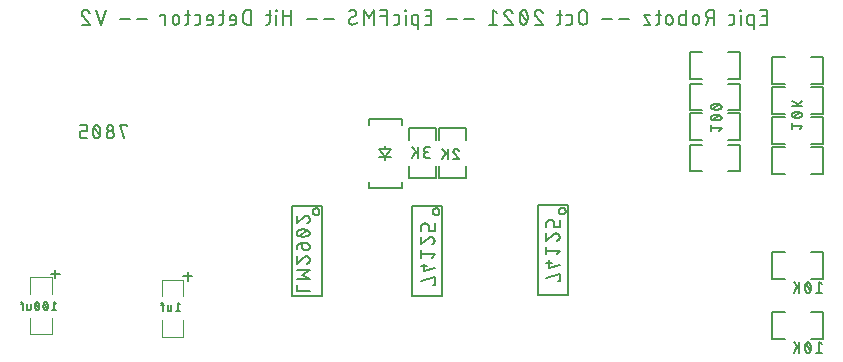
<source format=gbr>
G04 EAGLE Gerber RS-274X export*
G75*
%MOMM*%
%FSLAX34Y34*%
%LPD*%
%INSilkscreen Bottom*%
%IPPOS*%
%AMOC8*
5,1,8,0,0,1.08239X$1,22.5*%
G01*
%ADD10C,0.152400*%
%ADD11C,0.177800*%
%ADD12C,0.127000*%
%ADD13C,0.100000*%


D10*
X508536Y101092D02*
X509778Y101092D01*
X509778Y107301D01*
X498602Y104196D01*
X501086Y112522D02*
X509778Y115006D01*
X501086Y112522D02*
X501086Y118731D01*
X503569Y116868D02*
X498602Y116868D01*
X507294Y123952D02*
X509778Y127056D01*
X498602Y127056D01*
X498602Y123952D02*
X498602Y130161D01*
X509778Y138797D02*
X509776Y138901D01*
X509770Y139006D01*
X509760Y139110D01*
X509747Y139213D01*
X509729Y139316D01*
X509708Y139419D01*
X509683Y139520D01*
X509654Y139621D01*
X509621Y139720D01*
X509585Y139818D01*
X509545Y139914D01*
X509501Y140009D01*
X509454Y140103D01*
X509404Y140194D01*
X509350Y140283D01*
X509293Y140371D01*
X509232Y140456D01*
X509168Y140539D01*
X509102Y140619D01*
X509032Y140697D01*
X508960Y140773D01*
X508884Y140845D01*
X508806Y140915D01*
X508726Y140981D01*
X508643Y141045D01*
X508558Y141106D01*
X508470Y141163D01*
X508381Y141217D01*
X508290Y141267D01*
X508196Y141314D01*
X508101Y141358D01*
X508005Y141398D01*
X507907Y141434D01*
X507808Y141467D01*
X507707Y141496D01*
X507606Y141521D01*
X507503Y141542D01*
X507400Y141560D01*
X507297Y141573D01*
X507193Y141583D01*
X507088Y141589D01*
X506984Y141591D01*
X509779Y138797D02*
X509777Y138678D01*
X509771Y138560D01*
X509761Y138441D01*
X509748Y138323D01*
X509730Y138206D01*
X509708Y138089D01*
X509683Y137973D01*
X509654Y137858D01*
X509621Y137743D01*
X509584Y137630D01*
X509544Y137519D01*
X509500Y137408D01*
X509452Y137300D01*
X509401Y137193D01*
X509346Y137087D01*
X509287Y136984D01*
X509226Y136882D01*
X509161Y136783D01*
X509092Y136685D01*
X509021Y136591D01*
X508946Y136498D01*
X508869Y136408D01*
X508788Y136321D01*
X508705Y136236D01*
X508619Y136154D01*
X508530Y136075D01*
X508439Y135999D01*
X508345Y135926D01*
X508249Y135857D01*
X508150Y135790D01*
X508050Y135727D01*
X507947Y135667D01*
X507843Y135610D01*
X507736Y135558D01*
X507628Y135508D01*
X507519Y135462D01*
X507407Y135420D01*
X507295Y135382D01*
X504811Y140660D02*
X504885Y140735D01*
X504962Y140807D01*
X505041Y140877D01*
X505123Y140944D01*
X505207Y141008D01*
X505293Y141069D01*
X505381Y141127D01*
X505472Y141182D01*
X505564Y141234D01*
X505658Y141282D01*
X505753Y141327D01*
X505851Y141369D01*
X505949Y141407D01*
X506049Y141442D01*
X506150Y141473D01*
X506252Y141500D01*
X506355Y141524D01*
X506458Y141545D01*
X506563Y141561D01*
X506668Y141574D01*
X506773Y141584D01*
X506878Y141589D01*
X506984Y141591D01*
X504811Y140660D02*
X498602Y135382D01*
X498602Y141591D01*
X498602Y146812D02*
X498602Y150537D01*
X498604Y150635D01*
X498610Y150732D01*
X498619Y150829D01*
X498633Y150926D01*
X498650Y151022D01*
X498671Y151117D01*
X498695Y151211D01*
X498724Y151305D01*
X498756Y151397D01*
X498791Y151488D01*
X498830Y151577D01*
X498873Y151665D01*
X498919Y151751D01*
X498968Y151835D01*
X499021Y151917D01*
X499076Y151997D01*
X499135Y152075D01*
X499197Y152150D01*
X499262Y152223D01*
X499330Y152293D01*
X499400Y152361D01*
X499473Y152426D01*
X499548Y152488D01*
X499626Y152547D01*
X499706Y152602D01*
X499788Y152655D01*
X499872Y152704D01*
X499958Y152750D01*
X500046Y152793D01*
X500135Y152832D01*
X500226Y152867D01*
X500318Y152899D01*
X500412Y152928D01*
X500506Y152952D01*
X500601Y152973D01*
X500697Y152990D01*
X500794Y153004D01*
X500891Y153013D01*
X500988Y153019D01*
X501086Y153021D01*
X502327Y153021D01*
X502425Y153019D01*
X502522Y153013D01*
X502619Y153004D01*
X502716Y152990D01*
X502812Y152973D01*
X502907Y152952D01*
X503001Y152928D01*
X503095Y152899D01*
X503187Y152867D01*
X503278Y152832D01*
X503367Y152793D01*
X503455Y152750D01*
X503541Y152704D01*
X503625Y152655D01*
X503707Y152602D01*
X503787Y152547D01*
X503865Y152488D01*
X503940Y152426D01*
X504013Y152361D01*
X504083Y152293D01*
X504151Y152223D01*
X504216Y152150D01*
X504278Y152075D01*
X504337Y151997D01*
X504392Y151917D01*
X504445Y151835D01*
X504494Y151751D01*
X504540Y151665D01*
X504583Y151577D01*
X504622Y151488D01*
X504657Y151397D01*
X504689Y151305D01*
X504718Y151211D01*
X504742Y151117D01*
X504763Y151022D01*
X504780Y150926D01*
X504794Y150829D01*
X504803Y150732D01*
X504809Y150635D01*
X504811Y150537D01*
X504811Y146812D01*
X509778Y146812D01*
X509778Y153021D01*
X143764Y232184D02*
X143764Y233426D01*
X137555Y233426D01*
X140660Y222250D01*
X132334Y225354D02*
X132332Y225465D01*
X132326Y225575D01*
X132316Y225686D01*
X132302Y225796D01*
X132285Y225905D01*
X132263Y226014D01*
X132238Y226122D01*
X132208Y226228D01*
X132175Y226334D01*
X132138Y226439D01*
X132098Y226542D01*
X132053Y226643D01*
X132006Y226743D01*
X131954Y226842D01*
X131899Y226938D01*
X131841Y227032D01*
X131780Y227124D01*
X131715Y227214D01*
X131647Y227302D01*
X131576Y227387D01*
X131502Y227469D01*
X131425Y227549D01*
X131345Y227626D01*
X131263Y227700D01*
X131178Y227771D01*
X131090Y227839D01*
X131000Y227904D01*
X130908Y227965D01*
X130814Y228023D01*
X130718Y228078D01*
X130619Y228130D01*
X130519Y228177D01*
X130418Y228222D01*
X130315Y228262D01*
X130210Y228299D01*
X130104Y228332D01*
X129998Y228362D01*
X129890Y228387D01*
X129781Y228409D01*
X129672Y228426D01*
X129562Y228440D01*
X129451Y228450D01*
X129341Y228456D01*
X129230Y228458D01*
X129119Y228456D01*
X129009Y228450D01*
X128898Y228440D01*
X128788Y228426D01*
X128679Y228409D01*
X128570Y228387D01*
X128462Y228362D01*
X128356Y228332D01*
X128250Y228299D01*
X128145Y228262D01*
X128042Y228222D01*
X127941Y228177D01*
X127841Y228130D01*
X127742Y228078D01*
X127646Y228023D01*
X127552Y227965D01*
X127460Y227904D01*
X127370Y227839D01*
X127282Y227771D01*
X127197Y227700D01*
X127115Y227626D01*
X127035Y227549D01*
X126958Y227469D01*
X126884Y227387D01*
X126813Y227302D01*
X126745Y227214D01*
X126680Y227124D01*
X126619Y227032D01*
X126561Y226938D01*
X126506Y226842D01*
X126454Y226743D01*
X126407Y226643D01*
X126362Y226542D01*
X126322Y226439D01*
X126285Y226334D01*
X126252Y226228D01*
X126222Y226122D01*
X126197Y226014D01*
X126175Y225905D01*
X126158Y225796D01*
X126144Y225686D01*
X126134Y225575D01*
X126128Y225465D01*
X126126Y225354D01*
X126128Y225243D01*
X126134Y225133D01*
X126144Y225022D01*
X126158Y224912D01*
X126175Y224803D01*
X126197Y224694D01*
X126222Y224586D01*
X126252Y224480D01*
X126285Y224374D01*
X126322Y224269D01*
X126362Y224166D01*
X126407Y224065D01*
X126454Y223965D01*
X126506Y223866D01*
X126561Y223770D01*
X126619Y223676D01*
X126680Y223584D01*
X126745Y223494D01*
X126813Y223406D01*
X126884Y223321D01*
X126958Y223239D01*
X127035Y223159D01*
X127115Y223082D01*
X127197Y223008D01*
X127282Y222937D01*
X127370Y222869D01*
X127460Y222804D01*
X127552Y222743D01*
X127646Y222685D01*
X127742Y222630D01*
X127841Y222578D01*
X127941Y222531D01*
X128042Y222486D01*
X128145Y222446D01*
X128250Y222409D01*
X128356Y222376D01*
X128462Y222346D01*
X128570Y222321D01*
X128679Y222299D01*
X128788Y222282D01*
X128898Y222268D01*
X129009Y222258D01*
X129119Y222252D01*
X129230Y222250D01*
X129341Y222252D01*
X129451Y222258D01*
X129562Y222268D01*
X129672Y222282D01*
X129781Y222299D01*
X129890Y222321D01*
X129998Y222346D01*
X130104Y222376D01*
X130210Y222409D01*
X130315Y222446D01*
X130418Y222486D01*
X130519Y222531D01*
X130619Y222578D01*
X130718Y222630D01*
X130814Y222685D01*
X130908Y222743D01*
X131000Y222804D01*
X131090Y222869D01*
X131178Y222937D01*
X131263Y223008D01*
X131345Y223082D01*
X131425Y223159D01*
X131502Y223239D01*
X131576Y223321D01*
X131647Y223406D01*
X131715Y223494D01*
X131780Y223584D01*
X131841Y223676D01*
X131899Y223770D01*
X131954Y223866D01*
X132006Y223965D01*
X132053Y224065D01*
X132098Y224166D01*
X132138Y224269D01*
X132175Y224374D01*
X132208Y224480D01*
X132238Y224586D01*
X132263Y224694D01*
X132285Y224803D01*
X132302Y224912D01*
X132316Y225022D01*
X132326Y225133D01*
X132332Y225243D01*
X132334Y225354D01*
X131714Y230942D02*
X131712Y231041D01*
X131706Y231139D01*
X131696Y231238D01*
X131683Y231335D01*
X131665Y231433D01*
X131644Y231529D01*
X131618Y231625D01*
X131589Y231719D01*
X131557Y231812D01*
X131520Y231904D01*
X131480Y231994D01*
X131436Y232083D01*
X131389Y232170D01*
X131339Y232255D01*
X131285Y232337D01*
X131228Y232418D01*
X131168Y232496D01*
X131104Y232572D01*
X131038Y232645D01*
X130969Y232716D01*
X130897Y232784D01*
X130822Y232848D01*
X130745Y232910D01*
X130666Y232969D01*
X130584Y233024D01*
X130500Y233077D01*
X130415Y233125D01*
X130327Y233171D01*
X130237Y233213D01*
X130146Y233251D01*
X130054Y233285D01*
X129960Y233316D01*
X129865Y233343D01*
X129769Y233367D01*
X129672Y233386D01*
X129575Y233402D01*
X129477Y233414D01*
X129378Y233422D01*
X129279Y233426D01*
X129181Y233426D01*
X129082Y233422D01*
X128983Y233414D01*
X128885Y233402D01*
X128788Y233386D01*
X128691Y233367D01*
X128595Y233343D01*
X128500Y233316D01*
X128406Y233285D01*
X128314Y233251D01*
X128223Y233213D01*
X128133Y233171D01*
X128045Y233125D01*
X127960Y233077D01*
X127876Y233024D01*
X127794Y232969D01*
X127715Y232910D01*
X127638Y232848D01*
X127563Y232784D01*
X127491Y232716D01*
X127422Y232645D01*
X127356Y232572D01*
X127292Y232496D01*
X127232Y232418D01*
X127175Y232337D01*
X127121Y232255D01*
X127071Y232170D01*
X127024Y232083D01*
X126980Y231994D01*
X126940Y231904D01*
X126903Y231812D01*
X126871Y231719D01*
X126842Y231625D01*
X126816Y231529D01*
X126795Y231433D01*
X126777Y231335D01*
X126764Y231238D01*
X126754Y231139D01*
X126748Y231041D01*
X126746Y230942D01*
X126748Y230843D01*
X126754Y230745D01*
X126764Y230646D01*
X126777Y230549D01*
X126795Y230451D01*
X126816Y230355D01*
X126842Y230259D01*
X126871Y230165D01*
X126903Y230072D01*
X126940Y229980D01*
X126980Y229890D01*
X127024Y229801D01*
X127071Y229714D01*
X127121Y229629D01*
X127175Y229547D01*
X127232Y229466D01*
X127292Y229388D01*
X127356Y229312D01*
X127422Y229239D01*
X127491Y229168D01*
X127563Y229100D01*
X127638Y229036D01*
X127715Y228974D01*
X127794Y228915D01*
X127876Y228860D01*
X127960Y228807D01*
X128045Y228759D01*
X128133Y228713D01*
X128223Y228671D01*
X128314Y228633D01*
X128406Y228599D01*
X128500Y228568D01*
X128595Y228541D01*
X128691Y228517D01*
X128788Y228498D01*
X128885Y228482D01*
X128983Y228470D01*
X129082Y228462D01*
X129181Y228458D01*
X129279Y228458D01*
X129378Y228462D01*
X129477Y228470D01*
X129575Y228482D01*
X129672Y228498D01*
X129769Y228517D01*
X129865Y228541D01*
X129960Y228568D01*
X130054Y228599D01*
X130146Y228633D01*
X130237Y228671D01*
X130327Y228713D01*
X130415Y228759D01*
X130500Y228807D01*
X130584Y228860D01*
X130666Y228915D01*
X130745Y228974D01*
X130822Y229036D01*
X130897Y229100D01*
X130969Y229168D01*
X131038Y229239D01*
X131104Y229312D01*
X131168Y229388D01*
X131228Y229466D01*
X131285Y229547D01*
X131339Y229629D01*
X131389Y229714D01*
X131436Y229801D01*
X131480Y229890D01*
X131520Y229980D01*
X131557Y230072D01*
X131589Y230165D01*
X131618Y230259D01*
X131644Y230355D01*
X131665Y230451D01*
X131683Y230549D01*
X131696Y230646D01*
X131706Y230745D01*
X131712Y230843D01*
X131714Y230942D01*
X120904Y227838D02*
X120901Y228058D01*
X120894Y228278D01*
X120880Y228497D01*
X120862Y228716D01*
X120838Y228935D01*
X120810Y229153D01*
X120776Y229370D01*
X120737Y229586D01*
X120692Y229802D01*
X120643Y230016D01*
X120588Y230229D01*
X120529Y230441D01*
X120464Y230651D01*
X120394Y230859D01*
X120320Y231066D01*
X120240Y231271D01*
X120156Y231474D01*
X120067Y231675D01*
X119973Y231874D01*
X119940Y231963D01*
X119904Y232051D01*
X119864Y232137D01*
X119821Y232222D01*
X119774Y232304D01*
X119723Y232385D01*
X119670Y232463D01*
X119613Y232539D01*
X119553Y232613D01*
X119490Y232684D01*
X119425Y232753D01*
X119356Y232819D01*
X119285Y232881D01*
X119211Y232941D01*
X119135Y232998D01*
X119057Y233052D01*
X118976Y233102D01*
X118894Y233149D01*
X118809Y233192D01*
X118723Y233232D01*
X118635Y233269D01*
X118546Y233301D01*
X118456Y233330D01*
X118364Y233356D01*
X118272Y233377D01*
X118178Y233395D01*
X118084Y233408D01*
X117990Y233418D01*
X117895Y233424D01*
X117800Y233426D01*
X117705Y233424D01*
X117610Y233418D01*
X117516Y233408D01*
X117422Y233395D01*
X117328Y233377D01*
X117236Y233356D01*
X117144Y233330D01*
X117054Y233301D01*
X116965Y233269D01*
X116877Y233232D01*
X116791Y233192D01*
X116706Y233149D01*
X116624Y233102D01*
X116543Y233052D01*
X116465Y232998D01*
X116389Y232941D01*
X116315Y232881D01*
X116244Y232819D01*
X116175Y232753D01*
X116110Y232684D01*
X116047Y232613D01*
X115987Y232539D01*
X115930Y232463D01*
X115877Y232385D01*
X115826Y232304D01*
X115779Y232222D01*
X115736Y232137D01*
X115696Y232051D01*
X115660Y231963D01*
X115627Y231874D01*
X115626Y231874D02*
X115532Y231675D01*
X115443Y231474D01*
X115359Y231271D01*
X115279Y231066D01*
X115205Y230859D01*
X115135Y230651D01*
X115070Y230441D01*
X115011Y230229D01*
X114956Y230016D01*
X114907Y229802D01*
X114862Y229586D01*
X114823Y229370D01*
X114789Y229153D01*
X114761Y228935D01*
X114737Y228716D01*
X114719Y228497D01*
X114705Y228278D01*
X114698Y228058D01*
X114695Y227838D01*
X120904Y227838D02*
X120901Y227618D01*
X120894Y227398D01*
X120880Y227179D01*
X120862Y226960D01*
X120838Y226741D01*
X120810Y226523D01*
X120776Y226306D01*
X120737Y226090D01*
X120692Y225874D01*
X120643Y225660D01*
X120588Y225447D01*
X120529Y225236D01*
X120464Y225025D01*
X120394Y224817D01*
X120320Y224610D01*
X120240Y224405D01*
X120156Y224202D01*
X120067Y224001D01*
X119973Y223802D01*
X119940Y223713D01*
X119904Y223625D01*
X119864Y223539D01*
X119821Y223454D01*
X119774Y223372D01*
X119723Y223291D01*
X119670Y223213D01*
X119613Y223137D01*
X119553Y223063D01*
X119490Y222992D01*
X119425Y222923D01*
X119356Y222857D01*
X119285Y222795D01*
X119211Y222735D01*
X119135Y222678D01*
X119057Y222624D01*
X118976Y222574D01*
X118894Y222527D01*
X118809Y222484D01*
X118723Y222444D01*
X118635Y222407D01*
X118546Y222375D01*
X118456Y222346D01*
X118364Y222320D01*
X118272Y222299D01*
X118178Y222281D01*
X118084Y222268D01*
X117990Y222258D01*
X117895Y222252D01*
X117800Y222250D01*
X115626Y223802D02*
X115532Y224001D01*
X115443Y224202D01*
X115359Y224405D01*
X115279Y224610D01*
X115205Y224817D01*
X115135Y225025D01*
X115070Y225235D01*
X115011Y225447D01*
X114956Y225660D01*
X114907Y225874D01*
X114862Y226090D01*
X114823Y226306D01*
X114789Y226523D01*
X114761Y226741D01*
X114737Y226960D01*
X114719Y227179D01*
X114705Y227398D01*
X114698Y227618D01*
X114695Y227838D01*
X115627Y223802D02*
X115660Y223713D01*
X115696Y223625D01*
X115736Y223539D01*
X115779Y223454D01*
X115826Y223372D01*
X115877Y223291D01*
X115930Y223213D01*
X115987Y223137D01*
X116047Y223063D01*
X116110Y222992D01*
X116175Y222923D01*
X116244Y222857D01*
X116315Y222795D01*
X116389Y222735D01*
X116465Y222678D01*
X116543Y222624D01*
X116624Y222574D01*
X116706Y222527D01*
X116791Y222484D01*
X116877Y222444D01*
X116965Y222407D01*
X117054Y222375D01*
X117144Y222346D01*
X117236Y222320D01*
X117328Y222299D01*
X117422Y222281D01*
X117516Y222268D01*
X117610Y222258D01*
X117705Y222252D01*
X117800Y222250D01*
X120283Y224734D02*
X115316Y230942D01*
X109474Y222250D02*
X105749Y222250D01*
X105651Y222252D01*
X105554Y222258D01*
X105457Y222267D01*
X105360Y222281D01*
X105264Y222298D01*
X105169Y222319D01*
X105075Y222343D01*
X104981Y222372D01*
X104889Y222404D01*
X104798Y222439D01*
X104709Y222478D01*
X104621Y222521D01*
X104535Y222567D01*
X104451Y222616D01*
X104369Y222669D01*
X104289Y222724D01*
X104211Y222783D01*
X104136Y222845D01*
X104063Y222910D01*
X103993Y222978D01*
X103925Y223048D01*
X103860Y223121D01*
X103798Y223196D01*
X103739Y223274D01*
X103684Y223354D01*
X103631Y223436D01*
X103582Y223520D01*
X103536Y223606D01*
X103493Y223694D01*
X103454Y223783D01*
X103419Y223874D01*
X103387Y223966D01*
X103358Y224060D01*
X103334Y224154D01*
X103313Y224249D01*
X103296Y224345D01*
X103282Y224442D01*
X103273Y224539D01*
X103267Y224636D01*
X103265Y224734D01*
X103265Y225975D01*
X103267Y226073D01*
X103273Y226170D01*
X103282Y226267D01*
X103296Y226364D01*
X103313Y226460D01*
X103334Y226555D01*
X103358Y226649D01*
X103387Y226743D01*
X103419Y226835D01*
X103454Y226926D01*
X103493Y227015D01*
X103536Y227103D01*
X103582Y227189D01*
X103631Y227273D01*
X103684Y227355D01*
X103739Y227435D01*
X103798Y227513D01*
X103860Y227588D01*
X103925Y227661D01*
X103993Y227731D01*
X104063Y227799D01*
X104136Y227864D01*
X104211Y227926D01*
X104289Y227985D01*
X104369Y228040D01*
X104451Y228093D01*
X104535Y228142D01*
X104621Y228188D01*
X104709Y228231D01*
X104798Y228270D01*
X104889Y228305D01*
X104981Y228337D01*
X105075Y228366D01*
X105169Y228390D01*
X105264Y228411D01*
X105360Y228428D01*
X105457Y228442D01*
X105554Y228451D01*
X105651Y228457D01*
X105749Y228459D01*
X109474Y228459D01*
X109474Y233426D01*
X103265Y233426D01*
X402618Y98044D02*
X403860Y98044D01*
X403860Y104253D01*
X392684Y101148D01*
X395168Y109474D02*
X403860Y111958D01*
X395168Y109474D02*
X395168Y115683D01*
X397651Y113820D02*
X392684Y113820D01*
X401376Y120904D02*
X403860Y124008D01*
X392684Y124008D01*
X392684Y120904D02*
X392684Y127113D01*
X403860Y135749D02*
X403858Y135853D01*
X403852Y135958D01*
X403842Y136062D01*
X403829Y136165D01*
X403811Y136268D01*
X403790Y136371D01*
X403765Y136472D01*
X403736Y136573D01*
X403703Y136672D01*
X403667Y136770D01*
X403627Y136866D01*
X403583Y136961D01*
X403536Y137055D01*
X403486Y137146D01*
X403432Y137235D01*
X403375Y137323D01*
X403314Y137408D01*
X403250Y137491D01*
X403184Y137571D01*
X403114Y137649D01*
X403042Y137725D01*
X402966Y137797D01*
X402888Y137867D01*
X402808Y137933D01*
X402725Y137997D01*
X402640Y138058D01*
X402552Y138115D01*
X402463Y138169D01*
X402372Y138219D01*
X402278Y138266D01*
X402183Y138310D01*
X402087Y138350D01*
X401989Y138386D01*
X401890Y138419D01*
X401789Y138448D01*
X401688Y138473D01*
X401585Y138494D01*
X401482Y138512D01*
X401379Y138525D01*
X401275Y138535D01*
X401170Y138541D01*
X401066Y138543D01*
X403861Y135749D02*
X403859Y135630D01*
X403853Y135512D01*
X403843Y135393D01*
X403830Y135275D01*
X403812Y135158D01*
X403790Y135041D01*
X403765Y134925D01*
X403736Y134810D01*
X403703Y134695D01*
X403666Y134582D01*
X403626Y134471D01*
X403582Y134360D01*
X403534Y134252D01*
X403483Y134145D01*
X403428Y134039D01*
X403369Y133936D01*
X403308Y133834D01*
X403243Y133735D01*
X403174Y133637D01*
X403103Y133543D01*
X403028Y133450D01*
X402951Y133360D01*
X402870Y133273D01*
X402787Y133188D01*
X402701Y133106D01*
X402612Y133027D01*
X402521Y132951D01*
X402427Y132878D01*
X402331Y132809D01*
X402232Y132742D01*
X402132Y132679D01*
X402029Y132619D01*
X401925Y132562D01*
X401818Y132510D01*
X401710Y132460D01*
X401601Y132414D01*
X401489Y132372D01*
X401377Y132334D01*
X398893Y137612D02*
X398967Y137687D01*
X399044Y137759D01*
X399123Y137829D01*
X399205Y137896D01*
X399289Y137960D01*
X399375Y138021D01*
X399463Y138079D01*
X399554Y138134D01*
X399646Y138186D01*
X399740Y138234D01*
X399835Y138279D01*
X399933Y138321D01*
X400031Y138359D01*
X400131Y138394D01*
X400232Y138425D01*
X400334Y138452D01*
X400437Y138476D01*
X400540Y138497D01*
X400645Y138513D01*
X400750Y138526D01*
X400855Y138536D01*
X400960Y138541D01*
X401066Y138543D01*
X398893Y137612D02*
X392684Y132334D01*
X392684Y138543D01*
X392684Y143764D02*
X392684Y147489D01*
X392686Y147587D01*
X392692Y147684D01*
X392701Y147781D01*
X392715Y147878D01*
X392732Y147974D01*
X392753Y148069D01*
X392777Y148163D01*
X392806Y148257D01*
X392838Y148349D01*
X392873Y148440D01*
X392912Y148529D01*
X392955Y148617D01*
X393001Y148703D01*
X393050Y148787D01*
X393103Y148869D01*
X393158Y148949D01*
X393217Y149027D01*
X393279Y149102D01*
X393344Y149175D01*
X393412Y149245D01*
X393482Y149313D01*
X393555Y149378D01*
X393630Y149440D01*
X393708Y149499D01*
X393788Y149554D01*
X393870Y149607D01*
X393954Y149656D01*
X394040Y149702D01*
X394128Y149745D01*
X394217Y149784D01*
X394308Y149819D01*
X394400Y149851D01*
X394494Y149880D01*
X394588Y149904D01*
X394683Y149925D01*
X394779Y149942D01*
X394876Y149956D01*
X394973Y149965D01*
X395070Y149971D01*
X395168Y149973D01*
X396409Y149973D01*
X396507Y149971D01*
X396604Y149965D01*
X396701Y149956D01*
X396798Y149942D01*
X396894Y149925D01*
X396989Y149904D01*
X397083Y149880D01*
X397177Y149851D01*
X397269Y149819D01*
X397360Y149784D01*
X397449Y149745D01*
X397537Y149702D01*
X397623Y149656D01*
X397707Y149607D01*
X397789Y149554D01*
X397869Y149499D01*
X397947Y149440D01*
X398022Y149378D01*
X398095Y149313D01*
X398165Y149245D01*
X398233Y149175D01*
X398298Y149102D01*
X398360Y149027D01*
X398419Y148949D01*
X398474Y148869D01*
X398527Y148787D01*
X398576Y148703D01*
X398622Y148617D01*
X398665Y148529D01*
X398704Y148440D01*
X398739Y148349D01*
X398771Y148257D01*
X398800Y148163D01*
X398824Y148069D01*
X398845Y147974D01*
X398862Y147878D01*
X398876Y147781D01*
X398885Y147684D01*
X398891Y147587D01*
X398893Y147489D01*
X398893Y143764D01*
X403860Y143764D01*
X403860Y149973D01*
X198628Y105184D02*
X191177Y105184D01*
X194903Y101459D02*
X194903Y108910D01*
X86360Y107216D02*
X78909Y107216D01*
X82635Y103491D02*
X82635Y110942D01*
D11*
X679379Y318389D02*
X684911Y318389D01*
X684911Y330835D01*
X679379Y330835D01*
X680762Y325303D02*
X684911Y325303D01*
X673926Y326686D02*
X673926Y314240D01*
X673926Y326686D02*
X670469Y326686D01*
X670381Y326684D01*
X670293Y326679D01*
X670206Y326669D01*
X670118Y326656D01*
X670032Y326639D01*
X669946Y326619D01*
X669862Y326595D01*
X669778Y326568D01*
X669696Y326536D01*
X669615Y326502D01*
X669535Y326464D01*
X669458Y326423D01*
X669382Y326378D01*
X669308Y326330D01*
X669236Y326279D01*
X669166Y326226D01*
X669099Y326169D01*
X669034Y326109D01*
X668972Y326047D01*
X668912Y325982D01*
X668855Y325915D01*
X668802Y325845D01*
X668751Y325773D01*
X668703Y325699D01*
X668658Y325623D01*
X668617Y325546D01*
X668579Y325466D01*
X668545Y325385D01*
X668513Y325303D01*
X668486Y325219D01*
X668462Y325135D01*
X668442Y325049D01*
X668425Y324963D01*
X668412Y324875D01*
X668402Y324788D01*
X668397Y324700D01*
X668395Y324612D01*
X668395Y320463D01*
X668397Y320375D01*
X668402Y320287D01*
X668412Y320200D01*
X668425Y320112D01*
X668442Y320026D01*
X668462Y319940D01*
X668486Y319856D01*
X668513Y319772D01*
X668545Y319690D01*
X668579Y319609D01*
X668617Y319529D01*
X668658Y319452D01*
X668703Y319376D01*
X668751Y319302D01*
X668802Y319230D01*
X668855Y319160D01*
X668912Y319093D01*
X668972Y319028D01*
X669034Y318966D01*
X669099Y318906D01*
X669166Y318849D01*
X669236Y318796D01*
X669308Y318745D01*
X669382Y318697D01*
X669458Y318652D01*
X669535Y318611D01*
X669615Y318573D01*
X669696Y318539D01*
X669778Y318507D01*
X669862Y318480D01*
X669946Y318456D01*
X670032Y318436D01*
X670118Y318419D01*
X670206Y318406D01*
X670293Y318396D01*
X670381Y318391D01*
X670469Y318389D01*
X673926Y318389D01*
X663137Y318389D02*
X663137Y326686D01*
X663483Y330144D02*
X663483Y330835D01*
X662792Y330835D01*
X662792Y330144D01*
X663483Y330144D01*
X655702Y318389D02*
X652936Y318389D01*
X655702Y318389D02*
X655790Y318391D01*
X655878Y318396D01*
X655965Y318406D01*
X656053Y318419D01*
X656139Y318436D01*
X656225Y318456D01*
X656309Y318480D01*
X656393Y318507D01*
X656475Y318539D01*
X656556Y318573D01*
X656636Y318611D01*
X656713Y318652D01*
X656789Y318697D01*
X656863Y318745D01*
X656935Y318796D01*
X657005Y318849D01*
X657072Y318906D01*
X657137Y318966D01*
X657199Y319028D01*
X657259Y319093D01*
X657316Y319160D01*
X657369Y319230D01*
X657420Y319302D01*
X657468Y319376D01*
X657513Y319452D01*
X657554Y319529D01*
X657592Y319609D01*
X657626Y319690D01*
X657658Y319772D01*
X657685Y319856D01*
X657709Y319940D01*
X657729Y320026D01*
X657746Y320112D01*
X657759Y320200D01*
X657769Y320287D01*
X657774Y320375D01*
X657776Y320463D01*
X657776Y324612D01*
X657774Y324700D01*
X657769Y324788D01*
X657759Y324875D01*
X657746Y324963D01*
X657729Y325049D01*
X657709Y325135D01*
X657685Y325219D01*
X657658Y325303D01*
X657626Y325385D01*
X657592Y325466D01*
X657554Y325546D01*
X657513Y325623D01*
X657468Y325699D01*
X657420Y325773D01*
X657369Y325845D01*
X657316Y325915D01*
X657259Y325982D01*
X657199Y326047D01*
X657137Y326109D01*
X657072Y326169D01*
X657005Y326226D01*
X656935Y326279D01*
X656863Y326330D01*
X656789Y326378D01*
X656713Y326423D01*
X656636Y326464D01*
X656556Y326502D01*
X656475Y326536D01*
X656393Y326568D01*
X656309Y326595D01*
X656225Y326619D01*
X656139Y326639D01*
X656053Y326656D01*
X655965Y326669D01*
X655878Y326679D01*
X655790Y326684D01*
X655702Y326686D01*
X652936Y326686D01*
X640459Y330835D02*
X640459Y318389D01*
X640459Y330835D02*
X637002Y330835D01*
X636885Y330833D01*
X636769Y330827D01*
X636652Y330817D01*
X636536Y330803D01*
X636421Y330786D01*
X636306Y330764D01*
X636192Y330739D01*
X636079Y330710D01*
X635967Y330676D01*
X635856Y330640D01*
X635747Y330599D01*
X635639Y330555D01*
X635532Y330507D01*
X635427Y330456D01*
X635324Y330401D01*
X635223Y330342D01*
X635124Y330280D01*
X635027Y330215D01*
X634932Y330147D01*
X634840Y330076D01*
X634750Y330001D01*
X634663Y329923D01*
X634578Y329843D01*
X634496Y329760D01*
X634417Y329674D01*
X634341Y329585D01*
X634268Y329494D01*
X634198Y329401D01*
X634132Y329305D01*
X634068Y329207D01*
X634008Y329107D01*
X633951Y329004D01*
X633898Y328900D01*
X633849Y328795D01*
X633803Y328687D01*
X633760Y328579D01*
X633721Y328468D01*
X633687Y328357D01*
X633655Y328245D01*
X633628Y328131D01*
X633604Y328017D01*
X633585Y327901D01*
X633569Y327786D01*
X633557Y327670D01*
X633549Y327553D01*
X633545Y327436D01*
X633545Y327320D01*
X633549Y327203D01*
X633557Y327086D01*
X633569Y326970D01*
X633585Y326855D01*
X633604Y326739D01*
X633628Y326625D01*
X633655Y326511D01*
X633687Y326399D01*
X633721Y326288D01*
X633760Y326177D01*
X633803Y326069D01*
X633849Y325961D01*
X633898Y325856D01*
X633951Y325752D01*
X634008Y325650D01*
X634068Y325549D01*
X634132Y325451D01*
X634198Y325355D01*
X634268Y325262D01*
X634341Y325171D01*
X634417Y325082D01*
X634496Y324996D01*
X634578Y324913D01*
X634663Y324833D01*
X634750Y324755D01*
X634840Y324680D01*
X634932Y324609D01*
X635027Y324541D01*
X635124Y324476D01*
X635223Y324414D01*
X635324Y324355D01*
X635427Y324300D01*
X635532Y324249D01*
X635639Y324201D01*
X635747Y324157D01*
X635856Y324116D01*
X635967Y324080D01*
X636079Y324046D01*
X636192Y324017D01*
X636306Y323992D01*
X636421Y323970D01*
X636536Y323953D01*
X636652Y323939D01*
X636769Y323929D01*
X636885Y323923D01*
X637002Y323921D01*
X640459Y323921D01*
X636310Y323921D02*
X633545Y318389D01*
X627925Y321155D02*
X627925Y323921D01*
X627923Y324024D01*
X627917Y324128D01*
X627908Y324231D01*
X627894Y324333D01*
X627877Y324435D01*
X627856Y324536D01*
X627831Y324637D01*
X627802Y324736D01*
X627770Y324835D01*
X627734Y324932D01*
X627694Y325027D01*
X627651Y325121D01*
X627604Y325213D01*
X627554Y325304D01*
X627501Y325393D01*
X627444Y325479D01*
X627385Y325564D01*
X627322Y325646D01*
X627256Y325725D01*
X627187Y325802D01*
X627115Y325877D01*
X627040Y325949D01*
X626963Y326018D01*
X626884Y326084D01*
X626802Y326147D01*
X626717Y326206D01*
X626631Y326263D01*
X626542Y326316D01*
X626451Y326366D01*
X626359Y326413D01*
X626265Y326456D01*
X626170Y326496D01*
X626073Y326532D01*
X625974Y326564D01*
X625875Y326593D01*
X625774Y326618D01*
X625673Y326639D01*
X625571Y326656D01*
X625469Y326670D01*
X625366Y326679D01*
X625262Y326685D01*
X625159Y326687D01*
X625056Y326685D01*
X624952Y326679D01*
X624849Y326670D01*
X624747Y326656D01*
X624645Y326639D01*
X624544Y326618D01*
X624443Y326593D01*
X624344Y326564D01*
X624245Y326532D01*
X624148Y326496D01*
X624053Y326456D01*
X623959Y326413D01*
X623867Y326366D01*
X623776Y326316D01*
X623687Y326263D01*
X623601Y326206D01*
X623516Y326147D01*
X623434Y326084D01*
X623355Y326018D01*
X623278Y325949D01*
X623203Y325877D01*
X623131Y325802D01*
X623062Y325725D01*
X622996Y325646D01*
X622933Y325564D01*
X622874Y325479D01*
X622817Y325393D01*
X622764Y325304D01*
X622714Y325213D01*
X622667Y325121D01*
X622624Y325027D01*
X622584Y324932D01*
X622548Y324835D01*
X622516Y324736D01*
X622487Y324637D01*
X622462Y324536D01*
X622441Y324435D01*
X622424Y324333D01*
X622410Y324231D01*
X622401Y324128D01*
X622395Y324024D01*
X622393Y323921D01*
X622393Y321155D01*
X622395Y321052D01*
X622401Y320948D01*
X622410Y320845D01*
X622424Y320743D01*
X622441Y320641D01*
X622462Y320540D01*
X622487Y320439D01*
X622516Y320340D01*
X622548Y320241D01*
X622584Y320144D01*
X622624Y320049D01*
X622667Y319955D01*
X622714Y319863D01*
X622764Y319772D01*
X622817Y319683D01*
X622874Y319597D01*
X622933Y319512D01*
X622996Y319430D01*
X623062Y319351D01*
X623131Y319274D01*
X623203Y319199D01*
X623278Y319127D01*
X623355Y319058D01*
X623434Y318992D01*
X623516Y318929D01*
X623601Y318870D01*
X623687Y318813D01*
X623776Y318760D01*
X623867Y318710D01*
X623959Y318663D01*
X624053Y318620D01*
X624148Y318580D01*
X624245Y318544D01*
X624344Y318512D01*
X624443Y318483D01*
X624544Y318458D01*
X624645Y318437D01*
X624747Y318420D01*
X624849Y318406D01*
X624952Y318397D01*
X625056Y318391D01*
X625159Y318389D01*
X625262Y318391D01*
X625366Y318397D01*
X625469Y318406D01*
X625571Y318420D01*
X625673Y318437D01*
X625774Y318458D01*
X625875Y318483D01*
X625974Y318512D01*
X626073Y318544D01*
X626170Y318580D01*
X626265Y318620D01*
X626359Y318663D01*
X626451Y318710D01*
X626542Y318760D01*
X626631Y318813D01*
X626717Y318870D01*
X626802Y318929D01*
X626884Y318992D01*
X626963Y319058D01*
X627040Y319127D01*
X627115Y319199D01*
X627187Y319274D01*
X627256Y319351D01*
X627322Y319430D01*
X627385Y319512D01*
X627444Y319597D01*
X627501Y319683D01*
X627554Y319772D01*
X627604Y319863D01*
X627651Y319955D01*
X627694Y320049D01*
X627734Y320144D01*
X627770Y320241D01*
X627802Y320340D01*
X627831Y320439D01*
X627856Y320540D01*
X627877Y320641D01*
X627894Y320743D01*
X627908Y320845D01*
X627917Y320948D01*
X627923Y321052D01*
X627925Y321155D01*
X616319Y318389D02*
X616319Y330835D01*
X616319Y318389D02*
X612862Y318389D01*
X612774Y318391D01*
X612686Y318396D01*
X612599Y318406D01*
X612511Y318419D01*
X612425Y318436D01*
X612339Y318456D01*
X612255Y318480D01*
X612171Y318507D01*
X612089Y318539D01*
X612008Y318573D01*
X611928Y318611D01*
X611851Y318652D01*
X611775Y318697D01*
X611701Y318745D01*
X611629Y318796D01*
X611559Y318849D01*
X611492Y318906D01*
X611427Y318966D01*
X611365Y319028D01*
X611305Y319093D01*
X611248Y319160D01*
X611195Y319230D01*
X611144Y319302D01*
X611096Y319376D01*
X611051Y319452D01*
X611010Y319529D01*
X610972Y319609D01*
X610938Y319690D01*
X610906Y319772D01*
X610879Y319856D01*
X610855Y319940D01*
X610835Y320026D01*
X610818Y320112D01*
X610805Y320200D01*
X610795Y320287D01*
X610790Y320375D01*
X610788Y320463D01*
X610787Y320463D02*
X610787Y324612D01*
X610788Y324612D02*
X610790Y324700D01*
X610795Y324788D01*
X610805Y324875D01*
X610818Y324963D01*
X610835Y325049D01*
X610855Y325135D01*
X610879Y325219D01*
X610906Y325303D01*
X610938Y325385D01*
X610972Y325466D01*
X611010Y325546D01*
X611051Y325623D01*
X611096Y325699D01*
X611144Y325773D01*
X611195Y325845D01*
X611248Y325915D01*
X611305Y325982D01*
X611365Y326047D01*
X611427Y326109D01*
X611492Y326169D01*
X611559Y326226D01*
X611629Y326279D01*
X611701Y326330D01*
X611775Y326378D01*
X611851Y326423D01*
X611928Y326464D01*
X612008Y326502D01*
X612089Y326536D01*
X612171Y326568D01*
X612255Y326595D01*
X612339Y326619D01*
X612425Y326639D01*
X612511Y326656D01*
X612599Y326669D01*
X612686Y326679D01*
X612774Y326684D01*
X612862Y326686D01*
X616319Y326686D01*
X605309Y323921D02*
X605309Y321155D01*
X605309Y323921D02*
X605307Y324024D01*
X605301Y324128D01*
X605292Y324231D01*
X605278Y324333D01*
X605261Y324435D01*
X605240Y324536D01*
X605215Y324637D01*
X605186Y324736D01*
X605154Y324835D01*
X605118Y324932D01*
X605078Y325027D01*
X605035Y325121D01*
X604988Y325213D01*
X604938Y325304D01*
X604885Y325393D01*
X604828Y325479D01*
X604769Y325564D01*
X604706Y325646D01*
X604640Y325725D01*
X604571Y325802D01*
X604499Y325877D01*
X604424Y325949D01*
X604347Y326018D01*
X604268Y326084D01*
X604186Y326147D01*
X604101Y326206D01*
X604015Y326263D01*
X603926Y326316D01*
X603835Y326366D01*
X603743Y326413D01*
X603649Y326456D01*
X603554Y326496D01*
X603457Y326532D01*
X603358Y326564D01*
X603259Y326593D01*
X603158Y326618D01*
X603057Y326639D01*
X602955Y326656D01*
X602853Y326670D01*
X602750Y326679D01*
X602646Y326685D01*
X602543Y326687D01*
X602440Y326685D01*
X602336Y326679D01*
X602233Y326670D01*
X602131Y326656D01*
X602029Y326639D01*
X601928Y326618D01*
X601827Y326593D01*
X601728Y326564D01*
X601629Y326532D01*
X601532Y326496D01*
X601437Y326456D01*
X601343Y326413D01*
X601251Y326366D01*
X601160Y326316D01*
X601071Y326263D01*
X600985Y326206D01*
X600900Y326147D01*
X600818Y326084D01*
X600739Y326018D01*
X600662Y325949D01*
X600587Y325877D01*
X600515Y325802D01*
X600446Y325725D01*
X600380Y325646D01*
X600317Y325564D01*
X600258Y325479D01*
X600201Y325393D01*
X600148Y325304D01*
X600098Y325213D01*
X600051Y325121D01*
X600008Y325027D01*
X599968Y324932D01*
X599932Y324835D01*
X599900Y324736D01*
X599871Y324637D01*
X599846Y324536D01*
X599825Y324435D01*
X599808Y324333D01*
X599794Y324231D01*
X599785Y324128D01*
X599779Y324024D01*
X599777Y323921D01*
X599777Y321155D01*
X599779Y321052D01*
X599785Y320948D01*
X599794Y320845D01*
X599808Y320743D01*
X599825Y320641D01*
X599846Y320540D01*
X599871Y320439D01*
X599900Y320340D01*
X599932Y320241D01*
X599968Y320144D01*
X600008Y320049D01*
X600051Y319955D01*
X600098Y319863D01*
X600148Y319772D01*
X600201Y319683D01*
X600258Y319597D01*
X600317Y319512D01*
X600380Y319430D01*
X600446Y319351D01*
X600515Y319274D01*
X600587Y319199D01*
X600662Y319127D01*
X600739Y319058D01*
X600818Y318992D01*
X600900Y318929D01*
X600985Y318870D01*
X601071Y318813D01*
X601160Y318760D01*
X601251Y318710D01*
X601343Y318663D01*
X601437Y318620D01*
X601532Y318580D01*
X601629Y318544D01*
X601728Y318512D01*
X601827Y318483D01*
X601928Y318458D01*
X602029Y318437D01*
X602131Y318420D01*
X602233Y318406D01*
X602336Y318397D01*
X602440Y318391D01*
X602543Y318389D01*
X602646Y318391D01*
X602750Y318397D01*
X602853Y318406D01*
X602955Y318420D01*
X603057Y318437D01*
X603158Y318458D01*
X603259Y318483D01*
X603358Y318512D01*
X603457Y318544D01*
X603554Y318580D01*
X603649Y318620D01*
X603743Y318663D01*
X603835Y318710D01*
X603926Y318760D01*
X604015Y318813D01*
X604101Y318870D01*
X604186Y318929D01*
X604268Y318992D01*
X604347Y319058D01*
X604424Y319127D01*
X604499Y319199D01*
X604571Y319274D01*
X604640Y319351D01*
X604706Y319430D01*
X604769Y319512D01*
X604828Y319597D01*
X604885Y319683D01*
X604938Y319772D01*
X604988Y319863D01*
X605035Y319955D01*
X605078Y320049D01*
X605118Y320144D01*
X605154Y320241D01*
X605186Y320340D01*
X605215Y320439D01*
X605240Y320540D01*
X605261Y320641D01*
X605278Y320743D01*
X605292Y320845D01*
X605301Y320948D01*
X605307Y321052D01*
X605309Y321155D01*
X595362Y326686D02*
X591213Y326686D01*
X593979Y330835D02*
X593979Y320463D01*
X593977Y320375D01*
X593972Y320287D01*
X593962Y320200D01*
X593949Y320112D01*
X593932Y320026D01*
X593912Y319940D01*
X593888Y319856D01*
X593861Y319772D01*
X593829Y319690D01*
X593795Y319609D01*
X593757Y319529D01*
X593716Y319452D01*
X593671Y319376D01*
X593623Y319302D01*
X593572Y319230D01*
X593519Y319160D01*
X593462Y319093D01*
X593402Y319028D01*
X593340Y318966D01*
X593275Y318906D01*
X593208Y318849D01*
X593138Y318796D01*
X593066Y318745D01*
X592992Y318697D01*
X592916Y318652D01*
X592839Y318611D01*
X592759Y318573D01*
X592678Y318539D01*
X592596Y318507D01*
X592512Y318480D01*
X592428Y318456D01*
X592342Y318436D01*
X592256Y318419D01*
X592168Y318406D01*
X592081Y318396D01*
X591993Y318391D01*
X591905Y318389D01*
X591213Y318389D01*
X586533Y326686D02*
X581002Y326686D01*
X586533Y318389D01*
X581002Y318389D01*
X568714Y323229D02*
X560416Y323229D01*
X554205Y323229D02*
X545908Y323229D01*
X533031Y321846D02*
X533031Y327378D01*
X533029Y327495D01*
X533023Y327611D01*
X533013Y327728D01*
X532999Y327844D01*
X532982Y327959D01*
X532960Y328074D01*
X532935Y328188D01*
X532906Y328301D01*
X532872Y328413D01*
X532836Y328524D01*
X532795Y328633D01*
X532751Y328741D01*
X532703Y328848D01*
X532652Y328953D01*
X532597Y329056D01*
X532538Y329157D01*
X532476Y329256D01*
X532411Y329353D01*
X532343Y329448D01*
X532272Y329540D01*
X532197Y329630D01*
X532119Y329717D01*
X532039Y329802D01*
X531956Y329884D01*
X531870Y329963D01*
X531781Y330039D01*
X531690Y330112D01*
X531597Y330182D01*
X531501Y330248D01*
X531403Y330312D01*
X531303Y330372D01*
X531200Y330429D01*
X531096Y330482D01*
X530991Y330531D01*
X530883Y330577D01*
X530775Y330620D01*
X530664Y330659D01*
X530553Y330693D01*
X530441Y330725D01*
X530327Y330752D01*
X530213Y330776D01*
X530097Y330795D01*
X529982Y330811D01*
X529866Y330823D01*
X529749Y330831D01*
X529632Y330835D01*
X529516Y330835D01*
X529399Y330831D01*
X529282Y330823D01*
X529166Y330811D01*
X529051Y330795D01*
X528935Y330776D01*
X528821Y330752D01*
X528707Y330725D01*
X528595Y330693D01*
X528484Y330659D01*
X528373Y330620D01*
X528265Y330577D01*
X528157Y330531D01*
X528052Y330482D01*
X527948Y330429D01*
X527846Y330372D01*
X527745Y330312D01*
X527647Y330248D01*
X527551Y330182D01*
X527458Y330112D01*
X527367Y330039D01*
X527278Y329963D01*
X527192Y329884D01*
X527109Y329802D01*
X527029Y329717D01*
X526951Y329630D01*
X526876Y329540D01*
X526805Y329448D01*
X526737Y329353D01*
X526672Y329256D01*
X526610Y329157D01*
X526551Y329056D01*
X526496Y328953D01*
X526445Y328848D01*
X526397Y328741D01*
X526353Y328633D01*
X526312Y328524D01*
X526276Y328413D01*
X526242Y328301D01*
X526213Y328188D01*
X526188Y328074D01*
X526166Y327959D01*
X526149Y327844D01*
X526135Y327728D01*
X526125Y327611D01*
X526119Y327495D01*
X526117Y327378D01*
X526117Y321846D01*
X526119Y321729D01*
X526125Y321613D01*
X526135Y321496D01*
X526149Y321380D01*
X526166Y321265D01*
X526188Y321150D01*
X526213Y321036D01*
X526242Y320923D01*
X526276Y320811D01*
X526312Y320700D01*
X526353Y320591D01*
X526397Y320483D01*
X526445Y320376D01*
X526496Y320271D01*
X526551Y320168D01*
X526610Y320067D01*
X526672Y319968D01*
X526737Y319871D01*
X526805Y319776D01*
X526876Y319684D01*
X526951Y319594D01*
X527029Y319507D01*
X527109Y319422D01*
X527192Y319340D01*
X527278Y319261D01*
X527367Y319185D01*
X527458Y319112D01*
X527551Y319042D01*
X527647Y318976D01*
X527745Y318912D01*
X527846Y318852D01*
X527948Y318795D01*
X528052Y318742D01*
X528157Y318693D01*
X528265Y318647D01*
X528373Y318604D01*
X528484Y318565D01*
X528595Y318531D01*
X528707Y318499D01*
X528821Y318472D01*
X528935Y318448D01*
X529051Y318429D01*
X529166Y318413D01*
X529282Y318401D01*
X529399Y318393D01*
X529516Y318389D01*
X529632Y318389D01*
X529749Y318393D01*
X529866Y318401D01*
X529982Y318413D01*
X530097Y318429D01*
X530213Y318448D01*
X530327Y318472D01*
X530441Y318499D01*
X530553Y318531D01*
X530664Y318565D01*
X530775Y318604D01*
X530883Y318647D01*
X530991Y318693D01*
X531096Y318742D01*
X531200Y318795D01*
X531303Y318852D01*
X531403Y318912D01*
X531501Y318976D01*
X531597Y319042D01*
X531690Y319112D01*
X531781Y319185D01*
X531870Y319261D01*
X531956Y319340D01*
X532039Y319422D01*
X532119Y319507D01*
X532197Y319594D01*
X532272Y319684D01*
X532343Y319776D01*
X532411Y319871D01*
X532476Y319968D01*
X532538Y320067D01*
X532597Y320168D01*
X532652Y320271D01*
X532703Y320376D01*
X532751Y320483D01*
X532795Y320591D01*
X532836Y320700D01*
X532872Y320811D01*
X532906Y320923D01*
X532935Y321036D01*
X532960Y321150D01*
X532982Y321265D01*
X532999Y321380D01*
X533013Y321496D01*
X533023Y321613D01*
X533029Y321729D01*
X533031Y321846D01*
X518298Y318389D02*
X515533Y318389D01*
X518298Y318389D02*
X518386Y318391D01*
X518474Y318396D01*
X518561Y318406D01*
X518649Y318419D01*
X518735Y318436D01*
X518821Y318456D01*
X518905Y318480D01*
X518989Y318507D01*
X519071Y318539D01*
X519152Y318573D01*
X519232Y318611D01*
X519309Y318652D01*
X519385Y318697D01*
X519459Y318745D01*
X519531Y318796D01*
X519601Y318849D01*
X519668Y318906D01*
X519733Y318966D01*
X519795Y319028D01*
X519855Y319093D01*
X519912Y319160D01*
X519965Y319230D01*
X520016Y319302D01*
X520064Y319376D01*
X520109Y319452D01*
X520150Y319529D01*
X520188Y319609D01*
X520222Y319690D01*
X520254Y319772D01*
X520281Y319856D01*
X520305Y319940D01*
X520325Y320026D01*
X520342Y320112D01*
X520355Y320200D01*
X520365Y320287D01*
X520370Y320375D01*
X520372Y320463D01*
X520373Y320463D02*
X520373Y324612D01*
X520372Y324612D02*
X520370Y324700D01*
X520365Y324788D01*
X520355Y324875D01*
X520342Y324963D01*
X520325Y325049D01*
X520305Y325135D01*
X520281Y325219D01*
X520254Y325303D01*
X520222Y325385D01*
X520188Y325466D01*
X520150Y325546D01*
X520109Y325623D01*
X520064Y325699D01*
X520016Y325773D01*
X519965Y325845D01*
X519912Y325915D01*
X519855Y325982D01*
X519795Y326047D01*
X519733Y326109D01*
X519668Y326169D01*
X519601Y326226D01*
X519531Y326279D01*
X519459Y326330D01*
X519385Y326378D01*
X519309Y326423D01*
X519232Y326464D01*
X519152Y326502D01*
X519071Y326536D01*
X518989Y326568D01*
X518905Y326595D01*
X518821Y326619D01*
X518735Y326639D01*
X518649Y326656D01*
X518561Y326669D01*
X518474Y326679D01*
X518386Y326684D01*
X518298Y326686D01*
X515533Y326686D01*
X511725Y326686D02*
X507576Y326686D01*
X510342Y330835D02*
X510342Y320463D01*
X510340Y320375D01*
X510335Y320287D01*
X510325Y320200D01*
X510312Y320112D01*
X510295Y320026D01*
X510275Y319940D01*
X510251Y319856D01*
X510224Y319772D01*
X510192Y319690D01*
X510158Y319609D01*
X510120Y319529D01*
X510079Y319452D01*
X510034Y319376D01*
X509986Y319302D01*
X509935Y319230D01*
X509882Y319160D01*
X509825Y319093D01*
X509765Y319028D01*
X509703Y318966D01*
X509638Y318906D01*
X509571Y318849D01*
X509501Y318796D01*
X509429Y318745D01*
X509355Y318697D01*
X509279Y318652D01*
X509202Y318611D01*
X509122Y318573D01*
X509041Y318539D01*
X508959Y318507D01*
X508875Y318480D01*
X508791Y318456D01*
X508705Y318436D01*
X508619Y318419D01*
X508531Y318406D01*
X508444Y318396D01*
X508356Y318391D01*
X508268Y318389D01*
X507576Y318389D01*
X491677Y330836D02*
X491566Y330834D01*
X491455Y330828D01*
X491344Y330818D01*
X491234Y330804D01*
X491124Y330787D01*
X491015Y330765D01*
X490907Y330739D01*
X490800Y330710D01*
X490694Y330677D01*
X490589Y330640D01*
X490486Y330599D01*
X490384Y330555D01*
X490284Y330507D01*
X490186Y330455D01*
X490089Y330400D01*
X489995Y330342D01*
X489902Y330280D01*
X489812Y330215D01*
X489724Y330147D01*
X489639Y330076D01*
X489556Y330002D01*
X489476Y329925D01*
X489399Y329845D01*
X489325Y329762D01*
X489254Y329677D01*
X489186Y329589D01*
X489121Y329499D01*
X489059Y329406D01*
X489001Y329312D01*
X488946Y329215D01*
X488894Y329117D01*
X488846Y329017D01*
X488802Y328915D01*
X488761Y328812D01*
X488724Y328707D01*
X488691Y328601D01*
X488662Y328494D01*
X488636Y328386D01*
X488614Y328277D01*
X488597Y328167D01*
X488583Y328057D01*
X488573Y327946D01*
X488567Y327835D01*
X488565Y327724D01*
X491677Y330835D02*
X491803Y330833D01*
X491928Y330827D01*
X492053Y330817D01*
X492178Y330803D01*
X492303Y330786D01*
X492427Y330764D01*
X492550Y330739D01*
X492672Y330709D01*
X492793Y330676D01*
X492913Y330639D01*
X493032Y330598D01*
X493149Y330554D01*
X493266Y330506D01*
X493380Y330454D01*
X493493Y330399D01*
X493604Y330340D01*
X493713Y330278D01*
X493820Y330212D01*
X493925Y330143D01*
X494028Y330071D01*
X494128Y329995D01*
X494226Y329916D01*
X494322Y329835D01*
X494415Y329750D01*
X494505Y329663D01*
X494592Y329572D01*
X494677Y329479D01*
X494758Y329384D01*
X494837Y329286D01*
X494912Y329185D01*
X494985Y329082D01*
X495053Y328977D01*
X495119Y328870D01*
X495181Y328761D01*
X495240Y328650D01*
X495295Y328537D01*
X495347Y328422D01*
X495395Y328306D01*
X495439Y328188D01*
X495480Y328070D01*
X489602Y325304D02*
X489522Y325383D01*
X489444Y325465D01*
X489369Y325549D01*
X489298Y325636D01*
X489229Y325725D01*
X489163Y325817D01*
X489100Y325910D01*
X489040Y326006D01*
X488984Y326104D01*
X488931Y326203D01*
X488881Y326305D01*
X488835Y326407D01*
X488793Y326512D01*
X488753Y326618D01*
X488718Y326725D01*
X488686Y326833D01*
X488658Y326942D01*
X488633Y327052D01*
X488612Y327163D01*
X488595Y327274D01*
X488582Y327386D01*
X488573Y327499D01*
X488567Y327611D01*
X488565Y327724D01*
X489603Y325303D02*
X495480Y318389D01*
X488566Y318389D01*
X482678Y324612D02*
X482675Y324857D01*
X482666Y325102D01*
X482652Y325346D01*
X482631Y325590D01*
X482605Y325833D01*
X482573Y326076D01*
X482535Y326318D01*
X482492Y326559D01*
X482442Y326799D01*
X482387Y327037D01*
X482326Y327274D01*
X482260Y327510D01*
X482188Y327744D01*
X482110Y327976D01*
X482027Y328207D01*
X481939Y328435D01*
X481845Y328661D01*
X481746Y328885D01*
X481641Y329106D01*
X481641Y329107D02*
X481607Y329200D01*
X481569Y329292D01*
X481528Y329382D01*
X481484Y329470D01*
X481436Y329557D01*
X481384Y329642D01*
X481330Y329725D01*
X481272Y329805D01*
X481211Y329884D01*
X481148Y329960D01*
X481081Y330033D01*
X481011Y330104D01*
X480939Y330172D01*
X480865Y330237D01*
X480787Y330299D01*
X480708Y330359D01*
X480626Y330415D01*
X480542Y330467D01*
X480456Y330517D01*
X480368Y330563D01*
X480279Y330606D01*
X480188Y330645D01*
X480095Y330681D01*
X480002Y330713D01*
X479907Y330741D01*
X479811Y330766D01*
X479714Y330787D01*
X479616Y330804D01*
X479518Y330818D01*
X479419Y330827D01*
X479320Y330833D01*
X479221Y330835D01*
X479122Y330833D01*
X479023Y330827D01*
X478924Y330818D01*
X478826Y330804D01*
X478728Y330787D01*
X478631Y330766D01*
X478535Y330741D01*
X478440Y330713D01*
X478347Y330681D01*
X478254Y330645D01*
X478163Y330606D01*
X478073Y330563D01*
X477986Y330517D01*
X477900Y330467D01*
X477816Y330415D01*
X477734Y330359D01*
X477655Y330299D01*
X477577Y330237D01*
X477503Y330172D01*
X477431Y330104D01*
X477361Y330033D01*
X477294Y329960D01*
X477231Y329884D01*
X477170Y329805D01*
X477112Y329725D01*
X477058Y329642D01*
X477006Y329557D01*
X476958Y329470D01*
X476914Y329382D01*
X476873Y329292D01*
X476835Y329200D01*
X476801Y329107D01*
X476801Y329106D02*
X476697Y328885D01*
X476597Y328661D01*
X476503Y328435D01*
X476415Y328207D01*
X476332Y327976D01*
X476254Y327744D01*
X476182Y327510D01*
X476116Y327275D01*
X476055Y327037D01*
X476000Y326799D01*
X475950Y326559D01*
X475907Y326318D01*
X475869Y326076D01*
X475837Y325833D01*
X475811Y325590D01*
X475790Y325346D01*
X475776Y325102D01*
X475767Y324857D01*
X475764Y324612D01*
X482679Y324612D02*
X482676Y324367D01*
X482667Y324122D01*
X482653Y323878D01*
X482632Y323634D01*
X482606Y323391D01*
X482574Y323148D01*
X482536Y322906D01*
X482493Y322665D01*
X482443Y322425D01*
X482388Y322187D01*
X482327Y321949D01*
X482261Y321714D01*
X482189Y321480D01*
X482111Y321247D01*
X482028Y321017D01*
X481940Y320789D01*
X481846Y320563D01*
X481746Y320339D01*
X481642Y320117D01*
X481641Y320117D02*
X481607Y320024D01*
X481569Y319932D01*
X481528Y319842D01*
X481484Y319754D01*
X481436Y319667D01*
X481384Y319582D01*
X481330Y319499D01*
X481272Y319419D01*
X481211Y319340D01*
X481148Y319264D01*
X481081Y319191D01*
X481011Y319120D01*
X480939Y319052D01*
X480865Y318987D01*
X480787Y318925D01*
X480708Y318865D01*
X480626Y318809D01*
X480542Y318757D01*
X480456Y318707D01*
X480368Y318661D01*
X480279Y318618D01*
X480188Y318579D01*
X480095Y318543D01*
X480002Y318511D01*
X479907Y318483D01*
X479811Y318458D01*
X479714Y318437D01*
X479616Y318420D01*
X479518Y318406D01*
X479419Y318397D01*
X479320Y318391D01*
X479221Y318389D01*
X476801Y320118D02*
X476696Y320339D01*
X476597Y320563D01*
X476503Y320789D01*
X476415Y321017D01*
X476332Y321248D01*
X476254Y321480D01*
X476182Y321714D01*
X476116Y321950D01*
X476055Y322187D01*
X476000Y322425D01*
X475950Y322665D01*
X475907Y322906D01*
X475869Y323148D01*
X475837Y323391D01*
X475811Y323634D01*
X475790Y323878D01*
X475776Y324122D01*
X475767Y324367D01*
X475764Y324612D01*
X476801Y320117D02*
X476835Y320024D01*
X476873Y319932D01*
X476914Y319842D01*
X476958Y319754D01*
X477006Y319667D01*
X477058Y319582D01*
X477112Y319499D01*
X477170Y319419D01*
X477231Y319340D01*
X477294Y319264D01*
X477361Y319191D01*
X477431Y319120D01*
X477503Y319052D01*
X477577Y318987D01*
X477655Y318925D01*
X477734Y318865D01*
X477816Y318809D01*
X477900Y318757D01*
X477986Y318707D01*
X478074Y318661D01*
X478163Y318618D01*
X478254Y318579D01*
X478347Y318543D01*
X478440Y318511D01*
X478535Y318483D01*
X478631Y318458D01*
X478728Y318437D01*
X478826Y318420D01*
X478924Y318406D01*
X479023Y318397D01*
X479122Y318391D01*
X479221Y318389D01*
X481987Y321155D02*
X476455Y328069D01*
X466074Y330836D02*
X465963Y330834D01*
X465852Y330828D01*
X465741Y330818D01*
X465631Y330804D01*
X465521Y330787D01*
X465412Y330765D01*
X465304Y330739D01*
X465197Y330710D01*
X465091Y330677D01*
X464986Y330640D01*
X464883Y330599D01*
X464781Y330555D01*
X464681Y330507D01*
X464583Y330455D01*
X464486Y330400D01*
X464392Y330342D01*
X464299Y330280D01*
X464209Y330215D01*
X464121Y330147D01*
X464036Y330076D01*
X463953Y330002D01*
X463873Y329925D01*
X463796Y329845D01*
X463722Y329762D01*
X463651Y329677D01*
X463583Y329589D01*
X463518Y329499D01*
X463456Y329406D01*
X463398Y329312D01*
X463343Y329215D01*
X463291Y329117D01*
X463243Y329017D01*
X463199Y328915D01*
X463158Y328812D01*
X463121Y328707D01*
X463088Y328601D01*
X463059Y328494D01*
X463033Y328386D01*
X463011Y328277D01*
X462994Y328167D01*
X462980Y328057D01*
X462970Y327946D01*
X462964Y327835D01*
X462962Y327724D01*
X466074Y330835D02*
X466200Y330833D01*
X466325Y330827D01*
X466450Y330817D01*
X466575Y330803D01*
X466700Y330786D01*
X466824Y330764D01*
X466947Y330739D01*
X467069Y330709D01*
X467190Y330676D01*
X467310Y330639D01*
X467429Y330598D01*
X467546Y330554D01*
X467663Y330506D01*
X467777Y330454D01*
X467890Y330399D01*
X468001Y330340D01*
X468110Y330278D01*
X468217Y330212D01*
X468322Y330143D01*
X468425Y330071D01*
X468525Y329995D01*
X468623Y329916D01*
X468719Y329835D01*
X468812Y329750D01*
X468902Y329663D01*
X468989Y329572D01*
X469074Y329479D01*
X469155Y329384D01*
X469234Y329286D01*
X469309Y329185D01*
X469382Y329082D01*
X469450Y328977D01*
X469516Y328870D01*
X469578Y328761D01*
X469637Y328650D01*
X469692Y328537D01*
X469744Y328422D01*
X469792Y328306D01*
X469836Y328188D01*
X469877Y328070D01*
X463999Y325304D02*
X463919Y325383D01*
X463841Y325465D01*
X463766Y325549D01*
X463695Y325636D01*
X463626Y325725D01*
X463560Y325817D01*
X463497Y325910D01*
X463437Y326006D01*
X463381Y326104D01*
X463328Y326203D01*
X463278Y326305D01*
X463232Y326407D01*
X463190Y326512D01*
X463150Y326618D01*
X463115Y326725D01*
X463083Y326833D01*
X463055Y326942D01*
X463030Y327052D01*
X463009Y327163D01*
X462992Y327274D01*
X462979Y327386D01*
X462970Y327499D01*
X462964Y327611D01*
X462962Y327724D01*
X464000Y325303D02*
X469877Y318389D01*
X462962Y318389D01*
X457075Y328069D02*
X453618Y330835D01*
X453618Y318389D01*
X457075Y318389D02*
X450161Y318389D01*
X437284Y323229D02*
X428987Y323229D01*
X422776Y323229D02*
X414478Y323229D01*
X401143Y318389D02*
X395611Y318389D01*
X401143Y318389D02*
X401143Y330835D01*
X395611Y330835D01*
X396994Y325303D02*
X401143Y325303D01*
X390158Y326686D02*
X390158Y314240D01*
X390158Y326686D02*
X386701Y326686D01*
X386613Y326684D01*
X386525Y326679D01*
X386438Y326669D01*
X386350Y326656D01*
X386264Y326639D01*
X386178Y326619D01*
X386094Y326595D01*
X386010Y326568D01*
X385928Y326536D01*
X385847Y326502D01*
X385767Y326464D01*
X385690Y326423D01*
X385614Y326378D01*
X385540Y326330D01*
X385468Y326279D01*
X385398Y326226D01*
X385331Y326169D01*
X385266Y326109D01*
X385204Y326047D01*
X385144Y325982D01*
X385087Y325915D01*
X385034Y325845D01*
X384983Y325773D01*
X384935Y325699D01*
X384890Y325623D01*
X384849Y325546D01*
X384811Y325466D01*
X384777Y325385D01*
X384745Y325303D01*
X384718Y325219D01*
X384694Y325135D01*
X384674Y325049D01*
X384657Y324963D01*
X384644Y324875D01*
X384634Y324788D01*
X384629Y324700D01*
X384627Y324612D01*
X384626Y324612D02*
X384626Y320463D01*
X384627Y320463D02*
X384629Y320375D01*
X384634Y320287D01*
X384644Y320200D01*
X384657Y320112D01*
X384674Y320026D01*
X384694Y319940D01*
X384718Y319856D01*
X384745Y319772D01*
X384777Y319690D01*
X384811Y319609D01*
X384849Y319529D01*
X384890Y319452D01*
X384935Y319376D01*
X384983Y319302D01*
X385034Y319230D01*
X385087Y319160D01*
X385144Y319093D01*
X385204Y319028D01*
X385266Y318966D01*
X385331Y318906D01*
X385398Y318849D01*
X385468Y318796D01*
X385540Y318745D01*
X385614Y318697D01*
X385690Y318652D01*
X385767Y318611D01*
X385847Y318573D01*
X385928Y318539D01*
X386010Y318507D01*
X386094Y318480D01*
X386178Y318456D01*
X386264Y318436D01*
X386350Y318419D01*
X386438Y318406D01*
X386525Y318396D01*
X386613Y318391D01*
X386701Y318389D01*
X390158Y318389D01*
X379369Y318389D02*
X379369Y326686D01*
X379715Y330144D02*
X379715Y330835D01*
X379023Y330835D01*
X379023Y330144D01*
X379715Y330144D01*
X371934Y318389D02*
X369168Y318389D01*
X371934Y318389D02*
X372022Y318391D01*
X372110Y318396D01*
X372197Y318406D01*
X372285Y318419D01*
X372371Y318436D01*
X372457Y318456D01*
X372541Y318480D01*
X372625Y318507D01*
X372707Y318539D01*
X372788Y318573D01*
X372868Y318611D01*
X372945Y318652D01*
X373021Y318697D01*
X373095Y318745D01*
X373167Y318796D01*
X373237Y318849D01*
X373304Y318906D01*
X373369Y318966D01*
X373431Y319028D01*
X373491Y319093D01*
X373548Y319160D01*
X373601Y319230D01*
X373652Y319302D01*
X373700Y319376D01*
X373745Y319452D01*
X373786Y319529D01*
X373824Y319609D01*
X373858Y319690D01*
X373890Y319772D01*
X373917Y319856D01*
X373941Y319940D01*
X373961Y320026D01*
X373978Y320112D01*
X373991Y320200D01*
X374001Y320287D01*
X374006Y320375D01*
X374008Y320463D01*
X374008Y324612D01*
X374006Y324700D01*
X374001Y324788D01*
X373991Y324875D01*
X373978Y324963D01*
X373961Y325049D01*
X373941Y325135D01*
X373917Y325219D01*
X373890Y325303D01*
X373858Y325385D01*
X373824Y325466D01*
X373786Y325546D01*
X373745Y325623D01*
X373700Y325699D01*
X373652Y325773D01*
X373601Y325845D01*
X373548Y325915D01*
X373491Y325982D01*
X373431Y326047D01*
X373369Y326109D01*
X373304Y326169D01*
X373237Y326226D01*
X373167Y326279D01*
X373095Y326330D01*
X373021Y326378D01*
X372945Y326423D01*
X372868Y326464D01*
X372788Y326502D01*
X372707Y326536D01*
X372625Y326568D01*
X372541Y326595D01*
X372457Y326619D01*
X372371Y326639D01*
X372285Y326656D01*
X372197Y326669D01*
X372110Y326679D01*
X372022Y326684D01*
X371934Y326686D01*
X369168Y326686D01*
X363591Y330835D02*
X363591Y318389D01*
X363591Y330835D02*
X358060Y330835D01*
X358060Y325303D02*
X363591Y325303D01*
X352367Y330835D02*
X352367Y318389D01*
X348218Y323921D02*
X352367Y330835D01*
X348218Y323921D02*
X344070Y330835D01*
X344070Y318389D01*
X333872Y318389D02*
X333769Y318391D01*
X333665Y318397D01*
X333562Y318406D01*
X333460Y318420D01*
X333358Y318437D01*
X333257Y318458D01*
X333156Y318483D01*
X333057Y318512D01*
X332958Y318544D01*
X332861Y318580D01*
X332766Y318620D01*
X332672Y318663D01*
X332580Y318710D01*
X332489Y318760D01*
X332400Y318813D01*
X332314Y318870D01*
X332230Y318929D01*
X332147Y318992D01*
X332068Y319058D01*
X331991Y319127D01*
X331916Y319199D01*
X331844Y319274D01*
X331775Y319351D01*
X331709Y319430D01*
X331646Y319512D01*
X331587Y319597D01*
X331530Y319683D01*
X331477Y319772D01*
X331427Y319863D01*
X331380Y319955D01*
X331337Y320049D01*
X331297Y320144D01*
X331261Y320241D01*
X331229Y320340D01*
X331200Y320439D01*
X331175Y320540D01*
X331154Y320641D01*
X331137Y320743D01*
X331123Y320845D01*
X331114Y320948D01*
X331108Y321052D01*
X331106Y321155D01*
X333872Y318389D02*
X334021Y318391D01*
X334170Y318397D01*
X334318Y318406D01*
X334466Y318419D01*
X334614Y318436D01*
X334762Y318457D01*
X334908Y318482D01*
X335054Y318510D01*
X335200Y318542D01*
X335344Y318578D01*
X335488Y318617D01*
X335630Y318660D01*
X335772Y318706D01*
X335912Y318757D01*
X336050Y318810D01*
X336188Y318868D01*
X336324Y318928D01*
X336458Y318992D01*
X336591Y319060D01*
X336721Y319131D01*
X336850Y319205D01*
X336977Y319283D01*
X337102Y319363D01*
X337225Y319447D01*
X337346Y319534D01*
X337465Y319624D01*
X337581Y319717D01*
X337695Y319813D01*
X337806Y319912D01*
X337915Y320013D01*
X338021Y320118D01*
X337675Y328069D02*
X337673Y328172D01*
X337667Y328276D01*
X337658Y328379D01*
X337644Y328481D01*
X337627Y328583D01*
X337606Y328684D01*
X337581Y328785D01*
X337552Y328884D01*
X337520Y328983D01*
X337484Y329080D01*
X337444Y329175D01*
X337401Y329269D01*
X337354Y329361D01*
X337304Y329452D01*
X337251Y329541D01*
X337194Y329627D01*
X337135Y329712D01*
X337072Y329794D01*
X337006Y329873D01*
X336937Y329950D01*
X336865Y330025D01*
X336790Y330097D01*
X336713Y330166D01*
X336634Y330232D01*
X336552Y330295D01*
X336467Y330354D01*
X336381Y330411D01*
X336292Y330464D01*
X336201Y330514D01*
X336109Y330561D01*
X336015Y330604D01*
X335920Y330644D01*
X335823Y330680D01*
X335724Y330712D01*
X335625Y330741D01*
X335524Y330766D01*
X335423Y330787D01*
X335321Y330804D01*
X335219Y330818D01*
X335116Y330827D01*
X335012Y330833D01*
X334909Y330835D01*
X334770Y330833D01*
X334631Y330828D01*
X334492Y330818D01*
X334354Y330805D01*
X334216Y330788D01*
X334078Y330768D01*
X333941Y330744D01*
X333805Y330716D01*
X333670Y330685D01*
X333535Y330650D01*
X333402Y330611D01*
X333269Y330569D01*
X333138Y330523D01*
X333008Y330474D01*
X332879Y330421D01*
X332752Y330365D01*
X332626Y330306D01*
X332502Y330243D01*
X332380Y330176D01*
X332259Y330107D01*
X332141Y330034D01*
X332024Y329959D01*
X331910Y329880D01*
X331797Y329798D01*
X336292Y325649D02*
X336381Y325703D01*
X336468Y325761D01*
X336552Y325822D01*
X336634Y325886D01*
X336714Y325953D01*
X336791Y326023D01*
X336866Y326096D01*
X336937Y326172D01*
X337006Y326250D01*
X337072Y326330D01*
X337135Y326413D01*
X337195Y326498D01*
X337252Y326586D01*
X337305Y326675D01*
X337355Y326767D01*
X337401Y326860D01*
X337445Y326955D01*
X337484Y327051D01*
X337520Y327149D01*
X337552Y327248D01*
X337581Y327348D01*
X337606Y327449D01*
X337627Y327551D01*
X337644Y327654D01*
X337658Y327757D01*
X337667Y327861D01*
X337673Y327965D01*
X337675Y328069D01*
X332489Y323575D02*
X332400Y323521D01*
X332314Y323463D01*
X332229Y323402D01*
X332147Y323338D01*
X332067Y323271D01*
X331990Y323201D01*
X331916Y323128D01*
X331844Y323052D01*
X331775Y322974D01*
X331709Y322894D01*
X331646Y322811D01*
X331586Y322726D01*
X331529Y322638D01*
X331476Y322549D01*
X331426Y322457D01*
X331380Y322364D01*
X331336Y322269D01*
X331297Y322173D01*
X331261Y322075D01*
X331229Y321976D01*
X331200Y321876D01*
X331175Y321775D01*
X331154Y321673D01*
X331137Y321570D01*
X331123Y321467D01*
X331114Y321363D01*
X331108Y321259D01*
X331106Y321155D01*
X332489Y323575D02*
X336292Y325649D01*
X318656Y323229D02*
X310359Y323229D01*
X304148Y323229D02*
X295850Y323229D01*
X282547Y318389D02*
X282547Y330835D01*
X282547Y325303D02*
X275633Y325303D01*
X275633Y330835D02*
X275633Y318389D01*
X269702Y318389D02*
X269702Y326686D01*
X270048Y330144D02*
X270048Y330835D01*
X269356Y330835D01*
X269356Y330144D01*
X270048Y330144D01*
X265508Y326686D02*
X261360Y326686D01*
X264125Y330835D02*
X264125Y320463D01*
X264123Y320375D01*
X264118Y320287D01*
X264108Y320200D01*
X264095Y320112D01*
X264078Y320026D01*
X264058Y319940D01*
X264034Y319856D01*
X264007Y319772D01*
X263975Y319690D01*
X263941Y319609D01*
X263903Y319529D01*
X263862Y319452D01*
X263817Y319376D01*
X263769Y319302D01*
X263718Y319230D01*
X263665Y319160D01*
X263608Y319093D01*
X263548Y319028D01*
X263486Y318966D01*
X263421Y318906D01*
X263354Y318849D01*
X263284Y318796D01*
X263212Y318745D01*
X263138Y318697D01*
X263062Y318652D01*
X262985Y318611D01*
X262905Y318573D01*
X262824Y318539D01*
X262742Y318507D01*
X262658Y318480D01*
X262574Y318456D01*
X262488Y318436D01*
X262402Y318419D01*
X262314Y318406D01*
X262227Y318396D01*
X262139Y318391D01*
X262051Y318389D01*
X261360Y318389D01*
X248836Y318389D02*
X248836Y330835D01*
X245379Y330835D01*
X245263Y330833D01*
X245148Y330827D01*
X245033Y330818D01*
X244918Y330804D01*
X244804Y330787D01*
X244690Y330766D01*
X244578Y330741D01*
X244466Y330712D01*
X244355Y330680D01*
X244245Y330644D01*
X244137Y330604D01*
X244029Y330561D01*
X243924Y330514D01*
X243820Y330463D01*
X243718Y330410D01*
X243617Y330352D01*
X243519Y330292D01*
X243423Y330228D01*
X243328Y330161D01*
X243237Y330091D01*
X243147Y330018D01*
X243060Y329942D01*
X242976Y329863D01*
X242894Y329781D01*
X242815Y329697D01*
X242739Y329610D01*
X242666Y329520D01*
X242596Y329429D01*
X242529Y329334D01*
X242465Y329238D01*
X242405Y329140D01*
X242347Y329039D01*
X242294Y328937D01*
X242243Y328833D01*
X242196Y328728D01*
X242153Y328620D01*
X242113Y328512D01*
X242077Y328402D01*
X242045Y328291D01*
X242016Y328179D01*
X241991Y328067D01*
X241970Y327953D01*
X241953Y327839D01*
X241939Y327724D01*
X241930Y327609D01*
X241924Y327494D01*
X241922Y327378D01*
X241922Y321846D01*
X241924Y321730D01*
X241930Y321615D01*
X241939Y321500D01*
X241953Y321385D01*
X241970Y321271D01*
X241991Y321157D01*
X242016Y321045D01*
X242045Y320933D01*
X242077Y320822D01*
X242113Y320712D01*
X242153Y320604D01*
X242196Y320496D01*
X242243Y320391D01*
X242294Y320287D01*
X242347Y320185D01*
X242405Y320084D01*
X242465Y319986D01*
X242529Y319890D01*
X242596Y319795D01*
X242666Y319704D01*
X242739Y319614D01*
X242815Y319527D01*
X242894Y319443D01*
X242976Y319361D01*
X243060Y319282D01*
X243147Y319206D01*
X243237Y319133D01*
X243328Y319063D01*
X243423Y318996D01*
X243519Y318932D01*
X243617Y318872D01*
X243718Y318814D01*
X243820Y318761D01*
X243924Y318710D01*
X244029Y318663D01*
X244137Y318620D01*
X244245Y318580D01*
X244355Y318544D01*
X244466Y318512D01*
X244578Y318483D01*
X244690Y318458D01*
X244804Y318437D01*
X244918Y318420D01*
X245033Y318406D01*
X245148Y318397D01*
X245263Y318391D01*
X245379Y318389D01*
X248836Y318389D01*
X233696Y318389D02*
X230238Y318389D01*
X233696Y318389D02*
X233784Y318391D01*
X233872Y318396D01*
X233959Y318406D01*
X234047Y318419D01*
X234133Y318436D01*
X234219Y318456D01*
X234303Y318480D01*
X234387Y318507D01*
X234469Y318539D01*
X234550Y318573D01*
X234630Y318611D01*
X234707Y318652D01*
X234783Y318697D01*
X234857Y318745D01*
X234929Y318796D01*
X234999Y318849D01*
X235066Y318906D01*
X235131Y318966D01*
X235193Y319028D01*
X235253Y319093D01*
X235310Y319160D01*
X235363Y319230D01*
X235414Y319302D01*
X235462Y319376D01*
X235507Y319452D01*
X235548Y319529D01*
X235586Y319609D01*
X235620Y319690D01*
X235652Y319772D01*
X235679Y319856D01*
X235703Y319940D01*
X235723Y320026D01*
X235740Y320112D01*
X235753Y320200D01*
X235763Y320287D01*
X235768Y320375D01*
X235770Y320463D01*
X235770Y323921D01*
X235768Y324024D01*
X235762Y324128D01*
X235753Y324231D01*
X235739Y324333D01*
X235722Y324435D01*
X235701Y324536D01*
X235676Y324637D01*
X235647Y324736D01*
X235615Y324835D01*
X235579Y324932D01*
X235539Y325027D01*
X235496Y325121D01*
X235449Y325213D01*
X235399Y325304D01*
X235346Y325393D01*
X235289Y325479D01*
X235230Y325564D01*
X235167Y325646D01*
X235101Y325725D01*
X235032Y325802D01*
X234960Y325877D01*
X234885Y325949D01*
X234808Y326018D01*
X234729Y326084D01*
X234647Y326147D01*
X234562Y326206D01*
X234476Y326263D01*
X234387Y326316D01*
X234296Y326366D01*
X234204Y326413D01*
X234110Y326456D01*
X234015Y326496D01*
X233918Y326532D01*
X233819Y326564D01*
X233720Y326593D01*
X233619Y326618D01*
X233518Y326639D01*
X233416Y326656D01*
X233314Y326670D01*
X233211Y326679D01*
X233107Y326685D01*
X233004Y326687D01*
X232901Y326685D01*
X232797Y326679D01*
X232694Y326670D01*
X232592Y326656D01*
X232490Y326639D01*
X232389Y326618D01*
X232288Y326593D01*
X232189Y326564D01*
X232090Y326532D01*
X231993Y326496D01*
X231898Y326456D01*
X231804Y326413D01*
X231712Y326366D01*
X231621Y326316D01*
X231532Y326263D01*
X231446Y326206D01*
X231361Y326147D01*
X231279Y326084D01*
X231200Y326018D01*
X231123Y325949D01*
X231048Y325877D01*
X230976Y325802D01*
X230907Y325725D01*
X230841Y325646D01*
X230778Y325564D01*
X230719Y325479D01*
X230662Y325393D01*
X230609Y325304D01*
X230559Y325213D01*
X230512Y325121D01*
X230469Y325027D01*
X230429Y324932D01*
X230393Y324835D01*
X230361Y324736D01*
X230332Y324637D01*
X230307Y324536D01*
X230286Y324435D01*
X230269Y324333D01*
X230255Y324231D01*
X230246Y324128D01*
X230240Y324024D01*
X230238Y323921D01*
X230238Y322538D01*
X235770Y322538D01*
X225823Y326686D02*
X221675Y326686D01*
X224440Y330835D02*
X224440Y320463D01*
X224438Y320375D01*
X224433Y320287D01*
X224423Y320200D01*
X224410Y320112D01*
X224393Y320026D01*
X224373Y319940D01*
X224349Y319856D01*
X224322Y319772D01*
X224290Y319690D01*
X224256Y319609D01*
X224218Y319529D01*
X224177Y319452D01*
X224132Y319376D01*
X224084Y319302D01*
X224033Y319230D01*
X223980Y319160D01*
X223923Y319093D01*
X223863Y319028D01*
X223801Y318966D01*
X223736Y318906D01*
X223669Y318849D01*
X223599Y318796D01*
X223527Y318745D01*
X223453Y318697D01*
X223377Y318652D01*
X223300Y318611D01*
X223220Y318573D01*
X223139Y318539D01*
X223057Y318507D01*
X222973Y318480D01*
X222889Y318456D01*
X222803Y318436D01*
X222717Y318419D01*
X222629Y318406D01*
X222542Y318396D01*
X222454Y318391D01*
X222366Y318389D01*
X221675Y318389D01*
X214493Y318389D02*
X211036Y318389D01*
X214493Y318389D02*
X214581Y318391D01*
X214669Y318396D01*
X214756Y318406D01*
X214844Y318419D01*
X214930Y318436D01*
X215016Y318456D01*
X215100Y318480D01*
X215184Y318507D01*
X215266Y318539D01*
X215347Y318573D01*
X215427Y318611D01*
X215504Y318652D01*
X215580Y318697D01*
X215654Y318745D01*
X215726Y318796D01*
X215796Y318849D01*
X215863Y318906D01*
X215928Y318966D01*
X215990Y319028D01*
X216050Y319093D01*
X216107Y319160D01*
X216160Y319230D01*
X216211Y319302D01*
X216259Y319376D01*
X216304Y319452D01*
X216345Y319529D01*
X216383Y319609D01*
X216417Y319690D01*
X216449Y319772D01*
X216476Y319856D01*
X216500Y319940D01*
X216520Y320026D01*
X216537Y320112D01*
X216550Y320200D01*
X216560Y320287D01*
X216565Y320375D01*
X216567Y320463D01*
X216568Y320463D02*
X216568Y323921D01*
X216566Y324024D01*
X216560Y324128D01*
X216551Y324231D01*
X216537Y324333D01*
X216520Y324435D01*
X216499Y324536D01*
X216474Y324637D01*
X216445Y324736D01*
X216413Y324835D01*
X216377Y324932D01*
X216337Y325027D01*
X216294Y325121D01*
X216247Y325213D01*
X216197Y325304D01*
X216144Y325393D01*
X216087Y325479D01*
X216028Y325564D01*
X215965Y325646D01*
X215899Y325725D01*
X215830Y325802D01*
X215758Y325877D01*
X215683Y325949D01*
X215606Y326018D01*
X215527Y326084D01*
X215445Y326147D01*
X215360Y326206D01*
X215274Y326263D01*
X215185Y326316D01*
X215094Y326366D01*
X215002Y326413D01*
X214908Y326456D01*
X214813Y326496D01*
X214716Y326532D01*
X214617Y326564D01*
X214518Y326593D01*
X214417Y326618D01*
X214316Y326639D01*
X214214Y326656D01*
X214112Y326670D01*
X214009Y326679D01*
X213905Y326685D01*
X213802Y326687D01*
X213699Y326685D01*
X213595Y326679D01*
X213492Y326670D01*
X213390Y326656D01*
X213288Y326639D01*
X213187Y326618D01*
X213086Y326593D01*
X212987Y326564D01*
X212888Y326532D01*
X212791Y326496D01*
X212696Y326456D01*
X212602Y326413D01*
X212510Y326366D01*
X212419Y326316D01*
X212330Y326263D01*
X212244Y326206D01*
X212159Y326147D01*
X212077Y326084D01*
X211998Y326018D01*
X211921Y325949D01*
X211846Y325877D01*
X211774Y325802D01*
X211705Y325725D01*
X211639Y325646D01*
X211576Y325564D01*
X211517Y325479D01*
X211460Y325393D01*
X211407Y325304D01*
X211357Y325213D01*
X211310Y325121D01*
X211267Y325027D01*
X211227Y324932D01*
X211191Y324835D01*
X211159Y324736D01*
X211130Y324637D01*
X211105Y324536D01*
X211084Y324435D01*
X211067Y324333D01*
X211053Y324231D01*
X211044Y324128D01*
X211038Y324024D01*
X211036Y323921D01*
X211036Y322538D01*
X216568Y322538D01*
X203380Y318389D02*
X200614Y318389D01*
X203380Y318389D02*
X203468Y318391D01*
X203556Y318396D01*
X203643Y318406D01*
X203731Y318419D01*
X203817Y318436D01*
X203903Y318456D01*
X203987Y318480D01*
X204071Y318507D01*
X204153Y318539D01*
X204234Y318573D01*
X204314Y318611D01*
X204391Y318652D01*
X204467Y318697D01*
X204541Y318745D01*
X204613Y318796D01*
X204683Y318849D01*
X204750Y318906D01*
X204815Y318966D01*
X204877Y319028D01*
X204937Y319093D01*
X204994Y319160D01*
X205047Y319230D01*
X205098Y319302D01*
X205146Y319376D01*
X205191Y319452D01*
X205232Y319529D01*
X205270Y319609D01*
X205304Y319690D01*
X205336Y319772D01*
X205363Y319856D01*
X205387Y319940D01*
X205407Y320026D01*
X205424Y320112D01*
X205437Y320200D01*
X205447Y320287D01*
X205452Y320375D01*
X205454Y320463D01*
X205454Y324612D01*
X205452Y324700D01*
X205447Y324788D01*
X205437Y324875D01*
X205424Y324963D01*
X205407Y325049D01*
X205387Y325135D01*
X205363Y325219D01*
X205336Y325303D01*
X205304Y325385D01*
X205270Y325466D01*
X205232Y325546D01*
X205191Y325623D01*
X205146Y325699D01*
X205098Y325773D01*
X205047Y325845D01*
X204994Y325915D01*
X204937Y325982D01*
X204877Y326047D01*
X204815Y326109D01*
X204750Y326169D01*
X204683Y326226D01*
X204613Y326279D01*
X204541Y326330D01*
X204467Y326378D01*
X204391Y326423D01*
X204314Y326464D01*
X204234Y326502D01*
X204153Y326536D01*
X204071Y326568D01*
X203987Y326595D01*
X203903Y326619D01*
X203817Y326639D01*
X203731Y326656D01*
X203643Y326669D01*
X203556Y326679D01*
X203468Y326684D01*
X203380Y326686D01*
X200614Y326686D01*
X196806Y326686D02*
X192658Y326686D01*
X195423Y330835D02*
X195423Y320463D01*
X195421Y320375D01*
X195416Y320287D01*
X195406Y320200D01*
X195393Y320112D01*
X195376Y320026D01*
X195356Y319940D01*
X195332Y319856D01*
X195305Y319772D01*
X195273Y319690D01*
X195239Y319609D01*
X195201Y319529D01*
X195160Y319452D01*
X195115Y319376D01*
X195067Y319302D01*
X195016Y319230D01*
X194963Y319160D01*
X194906Y319093D01*
X194846Y319028D01*
X194784Y318966D01*
X194719Y318906D01*
X194652Y318849D01*
X194582Y318796D01*
X194510Y318745D01*
X194436Y318697D01*
X194360Y318652D01*
X194283Y318611D01*
X194203Y318573D01*
X194122Y318539D01*
X194040Y318507D01*
X193956Y318480D01*
X193872Y318456D01*
X193786Y318436D01*
X193700Y318419D01*
X193612Y318406D01*
X193525Y318396D01*
X193437Y318391D01*
X193349Y318389D01*
X192658Y318389D01*
X187551Y321155D02*
X187551Y323921D01*
X187549Y324024D01*
X187543Y324128D01*
X187534Y324231D01*
X187520Y324333D01*
X187503Y324435D01*
X187482Y324536D01*
X187457Y324637D01*
X187428Y324736D01*
X187396Y324835D01*
X187360Y324932D01*
X187320Y325027D01*
X187277Y325121D01*
X187230Y325213D01*
X187180Y325304D01*
X187127Y325393D01*
X187070Y325479D01*
X187011Y325564D01*
X186948Y325646D01*
X186882Y325725D01*
X186813Y325802D01*
X186741Y325877D01*
X186666Y325949D01*
X186589Y326018D01*
X186510Y326084D01*
X186428Y326147D01*
X186343Y326206D01*
X186257Y326263D01*
X186168Y326316D01*
X186077Y326366D01*
X185985Y326413D01*
X185891Y326456D01*
X185796Y326496D01*
X185699Y326532D01*
X185600Y326564D01*
X185501Y326593D01*
X185400Y326618D01*
X185299Y326639D01*
X185197Y326656D01*
X185095Y326670D01*
X184992Y326679D01*
X184888Y326685D01*
X184785Y326687D01*
X184682Y326685D01*
X184578Y326679D01*
X184475Y326670D01*
X184373Y326656D01*
X184271Y326639D01*
X184170Y326618D01*
X184069Y326593D01*
X183970Y326564D01*
X183871Y326532D01*
X183774Y326496D01*
X183679Y326456D01*
X183585Y326413D01*
X183493Y326366D01*
X183402Y326316D01*
X183313Y326263D01*
X183227Y326206D01*
X183142Y326147D01*
X183060Y326084D01*
X182981Y326018D01*
X182904Y325949D01*
X182829Y325877D01*
X182757Y325802D01*
X182688Y325725D01*
X182622Y325646D01*
X182559Y325564D01*
X182500Y325479D01*
X182443Y325393D01*
X182390Y325304D01*
X182340Y325213D01*
X182293Y325121D01*
X182250Y325027D01*
X182210Y324932D01*
X182174Y324835D01*
X182142Y324736D01*
X182113Y324637D01*
X182088Y324536D01*
X182067Y324435D01*
X182050Y324333D01*
X182036Y324231D01*
X182027Y324128D01*
X182021Y324024D01*
X182019Y323921D01*
X182019Y321155D01*
X182021Y321052D01*
X182027Y320948D01*
X182036Y320845D01*
X182050Y320743D01*
X182067Y320641D01*
X182088Y320540D01*
X182113Y320439D01*
X182142Y320340D01*
X182174Y320241D01*
X182210Y320144D01*
X182250Y320049D01*
X182293Y319955D01*
X182340Y319863D01*
X182390Y319772D01*
X182443Y319683D01*
X182500Y319597D01*
X182559Y319512D01*
X182622Y319430D01*
X182688Y319351D01*
X182757Y319274D01*
X182829Y319199D01*
X182904Y319127D01*
X182981Y319058D01*
X183060Y318992D01*
X183142Y318929D01*
X183227Y318870D01*
X183313Y318813D01*
X183402Y318760D01*
X183493Y318710D01*
X183585Y318663D01*
X183679Y318620D01*
X183774Y318580D01*
X183871Y318544D01*
X183970Y318512D01*
X184069Y318483D01*
X184170Y318458D01*
X184271Y318437D01*
X184373Y318420D01*
X184475Y318406D01*
X184578Y318397D01*
X184682Y318391D01*
X184785Y318389D01*
X184888Y318391D01*
X184992Y318397D01*
X185095Y318406D01*
X185197Y318420D01*
X185299Y318437D01*
X185400Y318458D01*
X185501Y318483D01*
X185600Y318512D01*
X185699Y318544D01*
X185796Y318580D01*
X185891Y318620D01*
X185985Y318663D01*
X186077Y318710D01*
X186168Y318760D01*
X186257Y318813D01*
X186343Y318870D01*
X186428Y318929D01*
X186510Y318992D01*
X186589Y319058D01*
X186666Y319127D01*
X186741Y319199D01*
X186813Y319274D01*
X186882Y319351D01*
X186948Y319430D01*
X187011Y319512D01*
X187070Y319597D01*
X187127Y319683D01*
X187180Y319772D01*
X187230Y319863D01*
X187277Y319955D01*
X187320Y320049D01*
X187360Y320144D01*
X187396Y320241D01*
X187428Y320340D01*
X187457Y320439D01*
X187482Y320540D01*
X187503Y320641D01*
X187520Y320743D01*
X187534Y320845D01*
X187543Y320948D01*
X187549Y321052D01*
X187551Y321155D01*
X175934Y318389D02*
X175934Y326686D01*
X171785Y326686D01*
X171785Y325303D01*
X160343Y323229D02*
X152046Y323229D01*
X145835Y323229D02*
X137538Y323229D01*
X125352Y330835D02*
X121204Y318389D01*
X117055Y330835D01*
X108057Y330836D02*
X107946Y330834D01*
X107835Y330828D01*
X107724Y330818D01*
X107614Y330804D01*
X107504Y330787D01*
X107395Y330765D01*
X107287Y330739D01*
X107180Y330710D01*
X107074Y330677D01*
X106969Y330640D01*
X106866Y330599D01*
X106764Y330555D01*
X106664Y330507D01*
X106566Y330455D01*
X106469Y330400D01*
X106375Y330342D01*
X106282Y330280D01*
X106192Y330215D01*
X106104Y330147D01*
X106019Y330076D01*
X105936Y330002D01*
X105856Y329925D01*
X105779Y329845D01*
X105705Y329762D01*
X105634Y329677D01*
X105566Y329589D01*
X105501Y329499D01*
X105439Y329406D01*
X105381Y329312D01*
X105326Y329215D01*
X105274Y329117D01*
X105226Y329017D01*
X105182Y328915D01*
X105141Y328812D01*
X105104Y328707D01*
X105071Y328601D01*
X105042Y328494D01*
X105016Y328386D01*
X104994Y328277D01*
X104977Y328167D01*
X104963Y328057D01*
X104953Y327946D01*
X104947Y327835D01*
X104945Y327724D01*
X108057Y330835D02*
X108183Y330833D01*
X108308Y330827D01*
X108433Y330817D01*
X108558Y330803D01*
X108683Y330786D01*
X108807Y330764D01*
X108930Y330739D01*
X109052Y330709D01*
X109173Y330676D01*
X109293Y330639D01*
X109412Y330598D01*
X109529Y330554D01*
X109646Y330506D01*
X109760Y330454D01*
X109873Y330399D01*
X109984Y330340D01*
X110093Y330278D01*
X110200Y330212D01*
X110305Y330143D01*
X110408Y330071D01*
X110508Y329995D01*
X110606Y329916D01*
X110702Y329835D01*
X110795Y329750D01*
X110885Y329663D01*
X110972Y329572D01*
X111057Y329479D01*
X111138Y329384D01*
X111217Y329286D01*
X111292Y329185D01*
X111365Y329082D01*
X111433Y328977D01*
X111499Y328870D01*
X111561Y328761D01*
X111620Y328650D01*
X111675Y328537D01*
X111727Y328422D01*
X111775Y328306D01*
X111819Y328188D01*
X111860Y328070D01*
X105982Y325304D02*
X105902Y325383D01*
X105824Y325465D01*
X105749Y325549D01*
X105678Y325636D01*
X105609Y325725D01*
X105543Y325817D01*
X105480Y325910D01*
X105420Y326006D01*
X105364Y326104D01*
X105311Y326203D01*
X105261Y326305D01*
X105215Y326407D01*
X105173Y326512D01*
X105133Y326618D01*
X105098Y326725D01*
X105066Y326833D01*
X105038Y326942D01*
X105013Y327052D01*
X104992Y327163D01*
X104975Y327274D01*
X104962Y327386D01*
X104953Y327499D01*
X104947Y327611D01*
X104945Y327724D01*
X105982Y325303D02*
X111859Y318389D01*
X104945Y318389D01*
D10*
X382430Y230820D02*
X382430Y220550D01*
X382430Y230820D02*
X404970Y230820D01*
X404970Y220550D01*
X382430Y198550D02*
X382430Y188280D01*
X404970Y188280D01*
X404970Y198550D01*
D12*
X399587Y205695D02*
X397118Y205695D01*
X397020Y205697D01*
X396922Y205703D01*
X396824Y205713D01*
X396727Y205726D01*
X396630Y205744D01*
X396534Y205765D01*
X396440Y205790D01*
X396346Y205819D01*
X396253Y205851D01*
X396162Y205888D01*
X396072Y205927D01*
X395984Y205971D01*
X395898Y206018D01*
X395813Y206068D01*
X395731Y206121D01*
X395651Y206178D01*
X395573Y206238D01*
X395498Y206301D01*
X395425Y206367D01*
X395355Y206436D01*
X395288Y206507D01*
X395223Y206581D01*
X395162Y206658D01*
X395103Y206737D01*
X395048Y206818D01*
X394996Y206901D01*
X394948Y206987D01*
X394903Y207074D01*
X394861Y207163D01*
X394823Y207253D01*
X394789Y207345D01*
X394758Y207438D01*
X394731Y207533D01*
X394708Y207628D01*
X394688Y207725D01*
X394673Y207821D01*
X394661Y207919D01*
X394653Y208017D01*
X394649Y208115D01*
X394649Y208213D01*
X394653Y208311D01*
X394661Y208409D01*
X394673Y208507D01*
X394688Y208603D01*
X394708Y208700D01*
X394731Y208795D01*
X394758Y208890D01*
X394789Y208983D01*
X394823Y209075D01*
X394861Y209165D01*
X394903Y209254D01*
X394948Y209341D01*
X394996Y209427D01*
X395048Y209510D01*
X395103Y209591D01*
X395162Y209670D01*
X395223Y209747D01*
X395288Y209821D01*
X395355Y209892D01*
X395425Y209961D01*
X395498Y210027D01*
X395573Y210090D01*
X395651Y210150D01*
X395731Y210207D01*
X395813Y210260D01*
X395898Y210310D01*
X395984Y210357D01*
X396072Y210401D01*
X396162Y210440D01*
X396253Y210477D01*
X396346Y210509D01*
X396440Y210538D01*
X396534Y210563D01*
X396630Y210584D01*
X396727Y210602D01*
X396824Y210615D01*
X396922Y210625D01*
X397020Y210631D01*
X397118Y210633D01*
X396624Y214585D02*
X399587Y214585D01*
X396624Y214585D02*
X396537Y214583D01*
X396449Y214577D01*
X396362Y214568D01*
X396276Y214554D01*
X396190Y214537D01*
X396106Y214516D01*
X396022Y214491D01*
X395939Y214462D01*
X395858Y214430D01*
X395778Y214395D01*
X395700Y214356D01*
X395623Y214313D01*
X395549Y214267D01*
X395477Y214218D01*
X395407Y214166D01*
X395339Y214110D01*
X395274Y214052D01*
X395211Y213991D01*
X395152Y213927D01*
X395095Y213860D01*
X395041Y213792D01*
X394990Y213720D01*
X394943Y213647D01*
X394898Y213572D01*
X394857Y213494D01*
X394820Y213415D01*
X394786Y213335D01*
X394756Y213253D01*
X394729Y213170D01*
X394706Y213085D01*
X394687Y213000D01*
X394672Y212914D01*
X394660Y212827D01*
X394652Y212740D01*
X394648Y212653D01*
X394648Y212565D01*
X394652Y212478D01*
X394660Y212391D01*
X394672Y212304D01*
X394687Y212218D01*
X394706Y212133D01*
X394729Y212048D01*
X394756Y211965D01*
X394786Y211883D01*
X394820Y211803D01*
X394857Y211724D01*
X394898Y211646D01*
X394943Y211571D01*
X394990Y211498D01*
X395041Y211426D01*
X395095Y211358D01*
X395152Y211291D01*
X395211Y211227D01*
X395274Y211166D01*
X395339Y211108D01*
X395407Y211052D01*
X395477Y211000D01*
X395549Y210951D01*
X395623Y210905D01*
X395700Y210862D01*
X395778Y210823D01*
X395858Y210788D01*
X395939Y210756D01*
X396022Y210727D01*
X396106Y210702D01*
X396190Y210681D01*
X396276Y210664D01*
X396362Y210650D01*
X396449Y210641D01*
X396537Y210635D01*
X396624Y210633D01*
X396624Y210634D02*
X398599Y210634D01*
X389965Y214585D02*
X389965Y205695D01*
X389965Y209152D02*
X385026Y214585D01*
X387989Y211128D02*
X385026Y205695D01*
D10*
X430370Y198550D02*
X430370Y188280D01*
X407830Y188280D01*
X407830Y198550D01*
X430370Y220550D02*
X430370Y230820D01*
X407830Y230820D01*
X407830Y220550D01*
D12*
X419794Y211093D02*
X419796Y211185D01*
X419802Y211277D01*
X419811Y211368D01*
X419824Y211459D01*
X419841Y211549D01*
X419862Y211639D01*
X419886Y211727D01*
X419914Y211815D01*
X419946Y211901D01*
X419981Y211986D01*
X420020Y212069D01*
X420062Y212151D01*
X420107Y212231D01*
X420156Y212309D01*
X420208Y212385D01*
X420263Y212458D01*
X420321Y212530D01*
X420381Y212599D01*
X420445Y212665D01*
X420511Y212729D01*
X420580Y212789D01*
X420652Y212847D01*
X420725Y212902D01*
X420801Y212954D01*
X420879Y213003D01*
X420959Y213048D01*
X421041Y213090D01*
X421124Y213129D01*
X421209Y213164D01*
X421295Y213196D01*
X421383Y213224D01*
X421471Y213248D01*
X421561Y213269D01*
X421651Y213286D01*
X421742Y213299D01*
X421833Y213308D01*
X421925Y213314D01*
X422017Y213316D01*
X422017Y213315D02*
X422123Y213313D01*
X422228Y213307D01*
X422333Y213297D01*
X422438Y213284D01*
X422542Y213266D01*
X422645Y213245D01*
X422748Y213220D01*
X422850Y213191D01*
X422950Y213158D01*
X423049Y213122D01*
X423147Y213082D01*
X423243Y213038D01*
X423338Y212991D01*
X423430Y212941D01*
X423521Y212887D01*
X423610Y212829D01*
X423696Y212769D01*
X423780Y212705D01*
X423862Y212639D01*
X423942Y212569D01*
X424018Y212496D01*
X424092Y212421D01*
X424163Y212343D01*
X424231Y212262D01*
X424297Y212179D01*
X424359Y212093D01*
X424417Y212006D01*
X424473Y211916D01*
X424525Y211824D01*
X424574Y211730D01*
X424619Y211635D01*
X424661Y211538D01*
X424699Y211439D01*
X424733Y211340D01*
X420535Y209364D02*
X420466Y209433D01*
X420400Y209503D01*
X420337Y209577D01*
X420278Y209653D01*
X420221Y209731D01*
X420167Y209811D01*
X420117Y209894D01*
X420070Y209978D01*
X420027Y210065D01*
X419987Y210153D01*
X419951Y210242D01*
X419918Y210333D01*
X419889Y210425D01*
X419864Y210519D01*
X419843Y210613D01*
X419825Y210708D01*
X419812Y210804D01*
X419802Y210900D01*
X419796Y210996D01*
X419794Y211093D01*
X420535Y209364D02*
X424733Y204425D01*
X419794Y204425D01*
X415111Y204425D02*
X415111Y213315D01*
X410172Y213315D02*
X415111Y207882D01*
X413135Y209858D02*
X410172Y204425D01*
D10*
X722200Y214470D02*
X732470Y214470D01*
X732470Y191930D01*
X722200Y191930D01*
X700200Y214470D02*
X689930Y214470D01*
X689930Y191930D01*
X700200Y191930D01*
D12*
X713243Y230333D02*
X715219Y232802D01*
X706329Y232802D01*
X706329Y230333D02*
X706329Y235272D01*
X710774Y239477D02*
X710949Y239479D01*
X711124Y239485D01*
X711298Y239496D01*
X711473Y239510D01*
X711646Y239529D01*
X711820Y239552D01*
X711993Y239579D01*
X712165Y239610D01*
X712336Y239645D01*
X712506Y239685D01*
X712676Y239728D01*
X712844Y239776D01*
X713011Y239827D01*
X713177Y239882D01*
X713342Y239942D01*
X713505Y240005D01*
X713666Y240072D01*
X713826Y240143D01*
X713984Y240218D01*
X713985Y240218D02*
X714063Y240247D01*
X714141Y240279D01*
X714216Y240316D01*
X714290Y240355D01*
X714362Y240398D01*
X714433Y240444D01*
X714500Y240494D01*
X714566Y240546D01*
X714629Y240601D01*
X714689Y240660D01*
X714747Y240721D01*
X714802Y240784D01*
X714854Y240850D01*
X714903Y240919D01*
X714948Y240989D01*
X714991Y241061D01*
X715030Y241136D01*
X715065Y241212D01*
X715097Y241289D01*
X715125Y241368D01*
X715150Y241449D01*
X715171Y241530D01*
X715188Y241612D01*
X715202Y241695D01*
X715211Y241778D01*
X715217Y241862D01*
X715219Y241946D01*
X715217Y242030D01*
X715211Y242114D01*
X715202Y242197D01*
X715188Y242280D01*
X715171Y242362D01*
X715150Y242443D01*
X715125Y242524D01*
X715097Y242603D01*
X715065Y242680D01*
X715030Y242756D01*
X714991Y242831D01*
X714948Y242903D01*
X714903Y242974D01*
X714854Y243042D01*
X714802Y243108D01*
X714747Y243171D01*
X714689Y243232D01*
X714629Y243291D01*
X714566Y243346D01*
X714500Y243398D01*
X714433Y243448D01*
X714362Y243494D01*
X714290Y243537D01*
X714216Y243576D01*
X714141Y243613D01*
X714063Y243645D01*
X713984Y243674D01*
X713984Y243675D02*
X713826Y243750D01*
X713666Y243821D01*
X713505Y243888D01*
X713342Y243951D01*
X713177Y244011D01*
X713011Y244066D01*
X712844Y244117D01*
X712676Y244165D01*
X712506Y244208D01*
X712336Y244248D01*
X712165Y244283D01*
X711993Y244314D01*
X711820Y244341D01*
X711646Y244364D01*
X711473Y244383D01*
X711298Y244397D01*
X711124Y244408D01*
X710949Y244414D01*
X710774Y244416D01*
X710774Y239477D02*
X710599Y239479D01*
X710424Y239485D01*
X710250Y239496D01*
X710075Y239510D01*
X709902Y239529D01*
X709728Y239552D01*
X709555Y239579D01*
X709383Y239610D01*
X709212Y239645D01*
X709042Y239685D01*
X708872Y239728D01*
X708704Y239776D01*
X708537Y239827D01*
X708371Y239882D01*
X708206Y239942D01*
X708043Y240005D01*
X707882Y240072D01*
X707722Y240143D01*
X707564Y240218D01*
X707563Y240218D02*
X707485Y240247D01*
X707407Y240279D01*
X707332Y240316D01*
X707258Y240355D01*
X707185Y240398D01*
X707115Y240444D01*
X707048Y240494D01*
X706982Y240546D01*
X706919Y240602D01*
X706859Y240660D01*
X706801Y240721D01*
X706746Y240784D01*
X706694Y240850D01*
X706645Y240919D01*
X706600Y240989D01*
X706557Y241061D01*
X706518Y241136D01*
X706483Y241212D01*
X706451Y241289D01*
X706423Y241368D01*
X706398Y241449D01*
X706377Y241530D01*
X706360Y241612D01*
X706346Y241695D01*
X706337Y241778D01*
X706331Y241862D01*
X706329Y241946D01*
X707564Y243675D02*
X707722Y243750D01*
X707882Y243821D01*
X708043Y243888D01*
X708206Y243951D01*
X708371Y244011D01*
X708537Y244066D01*
X708704Y244117D01*
X708872Y244165D01*
X709042Y244208D01*
X709212Y244248D01*
X709383Y244283D01*
X709555Y244314D01*
X709728Y244341D01*
X709902Y244364D01*
X710075Y244383D01*
X710250Y244397D01*
X710424Y244408D01*
X710599Y244414D01*
X710774Y244416D01*
X707563Y243674D02*
X707485Y243645D01*
X707407Y243613D01*
X707332Y243576D01*
X707258Y243537D01*
X707186Y243494D01*
X707115Y243448D01*
X707048Y243398D01*
X706982Y243346D01*
X706919Y243291D01*
X706859Y243232D01*
X706801Y243171D01*
X706746Y243108D01*
X706694Y243042D01*
X706645Y242974D01*
X706600Y242903D01*
X706557Y242831D01*
X706518Y242756D01*
X706483Y242680D01*
X706451Y242603D01*
X706423Y242524D01*
X706398Y242443D01*
X706377Y242362D01*
X706360Y242280D01*
X706346Y242197D01*
X706337Y242114D01*
X706331Y242030D01*
X706329Y241946D01*
X708305Y239971D02*
X713243Y243922D01*
X715219Y249099D02*
X706329Y249099D01*
X709786Y249099D02*
X715219Y254038D01*
X711762Y251075D02*
X706329Y254038D01*
D10*
X722200Y239870D02*
X732470Y239870D01*
X732470Y217330D01*
X722200Y217330D01*
X700200Y239870D02*
X689930Y239870D01*
X689930Y217330D01*
X700200Y217330D01*
X722200Y265270D02*
X732470Y265270D01*
X732470Y242730D01*
X722200Y242730D01*
X700200Y265270D02*
X689930Y265270D01*
X689930Y242730D01*
X700200Y242730D01*
X722200Y290670D02*
X732470Y290670D01*
X732470Y268130D01*
X722200Y268130D01*
X700200Y290670D02*
X689930Y290670D01*
X689930Y268130D01*
X700200Y268130D01*
X308610Y165100D02*
X308610Y88900D01*
X283210Y88900D01*
X283210Y165100D01*
X308610Y165100D01*
X300690Y160020D02*
X300692Y160126D01*
X300698Y160232D01*
X300708Y160338D01*
X300722Y160443D01*
X300740Y160548D01*
X300761Y160652D01*
X300787Y160755D01*
X300816Y160857D01*
X300849Y160958D01*
X300886Y161058D01*
X300927Y161156D01*
X300971Y161252D01*
X301019Y161347D01*
X301070Y161440D01*
X301125Y161531D01*
X301183Y161620D01*
X301245Y161706D01*
X301310Y161791D01*
X301377Y161872D01*
X301448Y161952D01*
X301522Y162028D01*
X301598Y162102D01*
X301678Y162173D01*
X301759Y162240D01*
X301844Y162305D01*
X301930Y162367D01*
X302019Y162425D01*
X302110Y162480D01*
X302203Y162531D01*
X302298Y162579D01*
X302394Y162623D01*
X302492Y162664D01*
X302592Y162701D01*
X302693Y162734D01*
X302795Y162763D01*
X302898Y162789D01*
X303002Y162810D01*
X303107Y162828D01*
X303212Y162842D01*
X303318Y162852D01*
X303424Y162858D01*
X303530Y162860D01*
X303636Y162858D01*
X303742Y162852D01*
X303848Y162842D01*
X303953Y162828D01*
X304058Y162810D01*
X304162Y162789D01*
X304265Y162763D01*
X304367Y162734D01*
X304468Y162701D01*
X304568Y162664D01*
X304666Y162623D01*
X304762Y162579D01*
X304857Y162531D01*
X304950Y162480D01*
X305041Y162425D01*
X305130Y162367D01*
X305216Y162305D01*
X305301Y162240D01*
X305382Y162173D01*
X305462Y162102D01*
X305538Y162028D01*
X305612Y161952D01*
X305683Y161872D01*
X305750Y161791D01*
X305815Y161706D01*
X305877Y161620D01*
X305935Y161531D01*
X305990Y161440D01*
X306041Y161347D01*
X306089Y161252D01*
X306133Y161156D01*
X306174Y161058D01*
X306211Y160958D01*
X306244Y160857D01*
X306273Y160755D01*
X306299Y160652D01*
X306320Y160548D01*
X306338Y160443D01*
X306352Y160338D01*
X306362Y160232D01*
X306368Y160126D01*
X306370Y160020D01*
X306368Y159914D01*
X306362Y159808D01*
X306352Y159702D01*
X306338Y159597D01*
X306320Y159492D01*
X306299Y159388D01*
X306273Y159285D01*
X306244Y159183D01*
X306211Y159082D01*
X306174Y158982D01*
X306133Y158884D01*
X306089Y158788D01*
X306041Y158693D01*
X305990Y158600D01*
X305935Y158509D01*
X305877Y158420D01*
X305815Y158334D01*
X305750Y158249D01*
X305683Y158168D01*
X305612Y158088D01*
X305538Y158012D01*
X305462Y157938D01*
X305382Y157867D01*
X305301Y157800D01*
X305216Y157735D01*
X305130Y157673D01*
X305041Y157615D01*
X304950Y157560D01*
X304857Y157509D01*
X304762Y157461D01*
X304666Y157417D01*
X304568Y157376D01*
X304468Y157339D01*
X304367Y157306D01*
X304265Y157277D01*
X304162Y157251D01*
X304058Y157230D01*
X303953Y157212D01*
X303848Y157198D01*
X303742Y157188D01*
X303636Y157182D01*
X303530Y157180D01*
X303424Y157182D01*
X303318Y157188D01*
X303212Y157198D01*
X303107Y157212D01*
X303002Y157230D01*
X302898Y157251D01*
X302795Y157277D01*
X302693Y157306D01*
X302592Y157339D01*
X302492Y157376D01*
X302394Y157417D01*
X302298Y157461D01*
X302203Y157509D01*
X302110Y157560D01*
X302019Y157615D01*
X301930Y157673D01*
X301844Y157735D01*
X301759Y157800D01*
X301678Y157867D01*
X301598Y157938D01*
X301522Y158012D01*
X301448Y158088D01*
X301377Y158168D01*
X301310Y158249D01*
X301245Y158334D01*
X301183Y158420D01*
X301125Y158509D01*
X301070Y158600D01*
X301019Y158693D01*
X300971Y158788D01*
X300927Y158884D01*
X300886Y158982D01*
X300849Y159082D01*
X300816Y159183D01*
X300787Y159285D01*
X300761Y159388D01*
X300740Y159492D01*
X300722Y159597D01*
X300708Y159702D01*
X300698Y159808D01*
X300692Y159914D01*
X300690Y160020D01*
X298196Y92752D02*
X287020Y92752D01*
X287020Y97720D01*
X287020Y102771D02*
X298196Y102771D01*
X291987Y106497D01*
X298196Y110222D01*
X287020Y110222D01*
X298196Y119380D02*
X298194Y119484D01*
X298188Y119589D01*
X298178Y119693D01*
X298165Y119796D01*
X298147Y119899D01*
X298126Y120002D01*
X298101Y120103D01*
X298072Y120204D01*
X298039Y120303D01*
X298003Y120401D01*
X297963Y120497D01*
X297919Y120592D01*
X297872Y120686D01*
X297822Y120777D01*
X297768Y120866D01*
X297711Y120954D01*
X297650Y121039D01*
X297586Y121122D01*
X297520Y121202D01*
X297450Y121280D01*
X297378Y121356D01*
X297302Y121428D01*
X297224Y121498D01*
X297144Y121564D01*
X297061Y121628D01*
X296976Y121689D01*
X296888Y121746D01*
X296799Y121800D01*
X296708Y121850D01*
X296614Y121897D01*
X296519Y121941D01*
X296423Y121981D01*
X296325Y122017D01*
X296226Y122050D01*
X296125Y122079D01*
X296024Y122104D01*
X295921Y122125D01*
X295818Y122143D01*
X295715Y122156D01*
X295611Y122166D01*
X295506Y122172D01*
X295402Y122174D01*
X298197Y119380D02*
X298195Y119261D01*
X298189Y119143D01*
X298179Y119024D01*
X298166Y118906D01*
X298148Y118789D01*
X298126Y118672D01*
X298101Y118556D01*
X298072Y118441D01*
X298039Y118326D01*
X298002Y118213D01*
X297962Y118102D01*
X297918Y117991D01*
X297870Y117883D01*
X297819Y117776D01*
X297764Y117670D01*
X297705Y117567D01*
X297644Y117465D01*
X297579Y117366D01*
X297510Y117268D01*
X297439Y117174D01*
X297364Y117081D01*
X297287Y116991D01*
X297206Y116904D01*
X297123Y116819D01*
X297037Y116737D01*
X296948Y116658D01*
X296857Y116582D01*
X296763Y116509D01*
X296667Y116440D01*
X296568Y116373D01*
X296468Y116310D01*
X296365Y116250D01*
X296261Y116193D01*
X296154Y116141D01*
X296046Y116091D01*
X295937Y116045D01*
X295825Y116003D01*
X295713Y115965D01*
X293229Y121243D02*
X293303Y121318D01*
X293380Y121390D01*
X293459Y121460D01*
X293541Y121527D01*
X293625Y121591D01*
X293711Y121652D01*
X293799Y121710D01*
X293890Y121765D01*
X293982Y121817D01*
X294076Y121865D01*
X294171Y121910D01*
X294269Y121952D01*
X294367Y121990D01*
X294467Y122025D01*
X294568Y122056D01*
X294670Y122083D01*
X294773Y122107D01*
X294876Y122128D01*
X294981Y122144D01*
X295086Y122157D01*
X295191Y122167D01*
X295296Y122172D01*
X295402Y122174D01*
X293229Y121243D02*
X287020Y115965D01*
X287020Y122174D01*
X291987Y129879D02*
X291987Y133604D01*
X291987Y129879D02*
X291989Y129781D01*
X291995Y129684D01*
X292004Y129587D01*
X292018Y129490D01*
X292035Y129394D01*
X292056Y129299D01*
X292080Y129205D01*
X292109Y129111D01*
X292141Y129019D01*
X292176Y128928D01*
X292215Y128839D01*
X292258Y128751D01*
X292304Y128665D01*
X292353Y128581D01*
X292406Y128499D01*
X292461Y128419D01*
X292520Y128341D01*
X292582Y128266D01*
X292647Y128193D01*
X292715Y128123D01*
X292785Y128055D01*
X292858Y127990D01*
X292933Y127928D01*
X293011Y127869D01*
X293091Y127814D01*
X293173Y127761D01*
X293257Y127712D01*
X293343Y127666D01*
X293431Y127623D01*
X293520Y127584D01*
X293611Y127549D01*
X293703Y127517D01*
X293797Y127488D01*
X293891Y127464D01*
X293986Y127443D01*
X294082Y127426D01*
X294179Y127412D01*
X294276Y127403D01*
X294373Y127397D01*
X294471Y127395D01*
X295092Y127395D01*
X295092Y127396D02*
X295203Y127398D01*
X295313Y127404D01*
X295424Y127414D01*
X295534Y127428D01*
X295643Y127445D01*
X295752Y127467D01*
X295860Y127492D01*
X295966Y127522D01*
X296072Y127555D01*
X296177Y127592D01*
X296280Y127632D01*
X296381Y127677D01*
X296481Y127724D01*
X296580Y127776D01*
X296676Y127831D01*
X296770Y127889D01*
X296862Y127950D01*
X296952Y128015D01*
X297040Y128083D01*
X297125Y128154D01*
X297207Y128228D01*
X297287Y128305D01*
X297364Y128385D01*
X297438Y128467D01*
X297509Y128552D01*
X297577Y128640D01*
X297642Y128730D01*
X297703Y128822D01*
X297761Y128916D01*
X297816Y129012D01*
X297868Y129111D01*
X297915Y129211D01*
X297960Y129312D01*
X298000Y129415D01*
X298037Y129520D01*
X298070Y129626D01*
X298100Y129732D01*
X298125Y129840D01*
X298147Y129949D01*
X298164Y130058D01*
X298178Y130168D01*
X298188Y130279D01*
X298194Y130389D01*
X298196Y130500D01*
X298194Y130611D01*
X298188Y130721D01*
X298178Y130832D01*
X298164Y130942D01*
X298147Y131051D01*
X298125Y131160D01*
X298100Y131268D01*
X298070Y131374D01*
X298037Y131480D01*
X298000Y131585D01*
X297960Y131688D01*
X297915Y131789D01*
X297868Y131889D01*
X297816Y131988D01*
X297761Y132084D01*
X297703Y132178D01*
X297642Y132270D01*
X297577Y132360D01*
X297509Y132448D01*
X297438Y132533D01*
X297364Y132615D01*
X297287Y132695D01*
X297207Y132772D01*
X297125Y132846D01*
X297040Y132917D01*
X296952Y132985D01*
X296862Y133050D01*
X296770Y133111D01*
X296676Y133169D01*
X296580Y133224D01*
X296481Y133276D01*
X296381Y133323D01*
X296280Y133368D01*
X296177Y133408D01*
X296072Y133445D01*
X295966Y133478D01*
X295860Y133508D01*
X295752Y133533D01*
X295643Y133555D01*
X295534Y133572D01*
X295424Y133586D01*
X295313Y133596D01*
X295203Y133602D01*
X295092Y133604D01*
X291987Y133604D01*
X291848Y133602D01*
X291708Y133596D01*
X291570Y133586D01*
X291431Y133573D01*
X291293Y133555D01*
X291155Y133534D01*
X291018Y133509D01*
X290882Y133479D01*
X290746Y133447D01*
X290612Y133410D01*
X290479Y133369D01*
X290347Y133325D01*
X290216Y133277D01*
X290086Y133226D01*
X289958Y133171D01*
X289832Y133112D01*
X289707Y133050D01*
X289584Y132984D01*
X289463Y132915D01*
X289344Y132843D01*
X289227Y132767D01*
X289113Y132688D01*
X289000Y132606D01*
X288890Y132520D01*
X288782Y132432D01*
X288677Y132341D01*
X288575Y132246D01*
X288475Y132149D01*
X288378Y132049D01*
X288283Y131947D01*
X288192Y131842D01*
X288104Y131734D01*
X288018Y131624D01*
X287936Y131511D01*
X287857Y131397D01*
X287781Y131280D01*
X287709Y131161D01*
X287640Y131040D01*
X287574Y130917D01*
X287512Y130792D01*
X287453Y130666D01*
X287398Y130538D01*
X287347Y130408D01*
X287299Y130277D01*
X287255Y130145D01*
X287214Y130012D01*
X287177Y129878D01*
X287145Y129742D01*
X287115Y129606D01*
X287090Y129469D01*
X287069Y129331D01*
X287051Y129193D01*
X287038Y129054D01*
X287028Y128916D01*
X287022Y128776D01*
X287020Y128637D01*
X292608Y138825D02*
X292828Y138828D01*
X293048Y138835D01*
X293267Y138849D01*
X293486Y138867D01*
X293705Y138891D01*
X293923Y138919D01*
X294140Y138953D01*
X294356Y138992D01*
X294572Y139037D01*
X294786Y139086D01*
X294999Y139141D01*
X295211Y139200D01*
X295421Y139265D01*
X295629Y139335D01*
X295836Y139409D01*
X296041Y139489D01*
X296244Y139573D01*
X296445Y139662D01*
X296644Y139756D01*
X296644Y139757D02*
X296733Y139790D01*
X296821Y139826D01*
X296907Y139866D01*
X296992Y139909D01*
X297074Y139956D01*
X297155Y140007D01*
X297233Y140060D01*
X297309Y140117D01*
X297383Y140177D01*
X297454Y140240D01*
X297523Y140305D01*
X297589Y140374D01*
X297651Y140445D01*
X297711Y140519D01*
X297768Y140595D01*
X297822Y140673D01*
X297872Y140754D01*
X297919Y140836D01*
X297962Y140921D01*
X298002Y141007D01*
X298039Y141095D01*
X298071Y141184D01*
X298100Y141274D01*
X298126Y141366D01*
X298147Y141458D01*
X298165Y141552D01*
X298178Y141646D01*
X298188Y141740D01*
X298194Y141835D01*
X298196Y141930D01*
X298194Y142025D01*
X298188Y142120D01*
X298178Y142214D01*
X298165Y142308D01*
X298147Y142402D01*
X298126Y142494D01*
X298100Y142586D01*
X298071Y142676D01*
X298039Y142765D01*
X298002Y142853D01*
X297962Y142939D01*
X297919Y143024D01*
X297872Y143106D01*
X297822Y143187D01*
X297768Y143265D01*
X297711Y143341D01*
X297651Y143415D01*
X297589Y143486D01*
X297523Y143555D01*
X297454Y143620D01*
X297383Y143683D01*
X297309Y143743D01*
X297233Y143800D01*
X297155Y143853D01*
X297074Y143904D01*
X296991Y143951D01*
X296907Y143994D01*
X296821Y144034D01*
X296733Y144070D01*
X296644Y144103D01*
X296445Y144197D01*
X296244Y144286D01*
X296041Y144370D01*
X295836Y144450D01*
X295629Y144524D01*
X295421Y144594D01*
X295211Y144659D01*
X294999Y144718D01*
X294786Y144773D01*
X294572Y144822D01*
X294356Y144867D01*
X294140Y144906D01*
X293923Y144940D01*
X293705Y144968D01*
X293486Y144992D01*
X293267Y145010D01*
X293048Y145024D01*
X292828Y145031D01*
X292608Y145034D01*
X292608Y138825D02*
X292388Y138828D01*
X292168Y138835D01*
X291949Y138849D01*
X291730Y138867D01*
X291511Y138891D01*
X291293Y138919D01*
X291076Y138953D01*
X290860Y138992D01*
X290644Y139037D01*
X290430Y139086D01*
X290217Y139141D01*
X290006Y139200D01*
X289795Y139265D01*
X289587Y139335D01*
X289380Y139409D01*
X289175Y139489D01*
X288972Y139573D01*
X288771Y139662D01*
X288572Y139756D01*
X288572Y139757D02*
X288483Y139790D01*
X288395Y139826D01*
X288309Y139866D01*
X288224Y139909D01*
X288142Y139956D01*
X288061Y140007D01*
X287983Y140060D01*
X287907Y140117D01*
X287833Y140177D01*
X287762Y140240D01*
X287693Y140305D01*
X287627Y140374D01*
X287565Y140445D01*
X287505Y140519D01*
X287448Y140595D01*
X287394Y140673D01*
X287344Y140754D01*
X287297Y140836D01*
X287254Y140921D01*
X287214Y141007D01*
X287177Y141095D01*
X287145Y141184D01*
X287116Y141274D01*
X287090Y141366D01*
X287069Y141458D01*
X287051Y141552D01*
X287038Y141646D01*
X287028Y141740D01*
X287022Y141835D01*
X287020Y141930D01*
X288572Y144103D02*
X288771Y144197D01*
X288972Y144286D01*
X289175Y144370D01*
X289380Y144450D01*
X289587Y144524D01*
X289795Y144594D01*
X290005Y144659D01*
X290217Y144718D01*
X290430Y144773D01*
X290644Y144822D01*
X290860Y144867D01*
X291076Y144906D01*
X291293Y144940D01*
X291511Y144968D01*
X291730Y144992D01*
X291949Y145010D01*
X292168Y145024D01*
X292388Y145031D01*
X292608Y145034D01*
X288572Y144103D02*
X288483Y144070D01*
X288395Y144034D01*
X288309Y143994D01*
X288224Y143951D01*
X288142Y143904D01*
X288061Y143853D01*
X287983Y143800D01*
X287907Y143743D01*
X287833Y143683D01*
X287762Y143620D01*
X287693Y143555D01*
X287627Y143486D01*
X287565Y143415D01*
X287505Y143341D01*
X287448Y143265D01*
X287394Y143187D01*
X287344Y143106D01*
X287297Y143024D01*
X287254Y142939D01*
X287214Y142853D01*
X287177Y142765D01*
X287145Y142676D01*
X287116Y142586D01*
X287090Y142494D01*
X287069Y142402D01*
X287051Y142308D01*
X287038Y142214D01*
X287028Y142120D01*
X287022Y142025D01*
X287020Y141930D01*
X289504Y139446D02*
X295712Y144413D01*
X298196Y153670D02*
X298194Y153774D01*
X298188Y153879D01*
X298178Y153983D01*
X298165Y154086D01*
X298147Y154189D01*
X298126Y154292D01*
X298101Y154393D01*
X298072Y154494D01*
X298039Y154593D01*
X298003Y154691D01*
X297963Y154787D01*
X297919Y154882D01*
X297872Y154976D01*
X297822Y155067D01*
X297768Y155156D01*
X297711Y155244D01*
X297650Y155329D01*
X297586Y155412D01*
X297520Y155492D01*
X297450Y155570D01*
X297378Y155646D01*
X297302Y155718D01*
X297224Y155788D01*
X297144Y155854D01*
X297061Y155918D01*
X296976Y155979D01*
X296888Y156036D01*
X296799Y156090D01*
X296708Y156140D01*
X296614Y156187D01*
X296519Y156231D01*
X296423Y156271D01*
X296325Y156307D01*
X296226Y156340D01*
X296125Y156369D01*
X296024Y156394D01*
X295921Y156415D01*
X295818Y156433D01*
X295715Y156446D01*
X295611Y156456D01*
X295506Y156462D01*
X295402Y156464D01*
X298197Y153670D02*
X298195Y153551D01*
X298189Y153433D01*
X298179Y153314D01*
X298166Y153196D01*
X298148Y153079D01*
X298126Y152962D01*
X298101Y152846D01*
X298072Y152731D01*
X298039Y152616D01*
X298002Y152503D01*
X297962Y152392D01*
X297918Y152281D01*
X297870Y152173D01*
X297819Y152066D01*
X297764Y151960D01*
X297705Y151857D01*
X297644Y151755D01*
X297579Y151656D01*
X297510Y151558D01*
X297439Y151464D01*
X297364Y151371D01*
X297287Y151281D01*
X297206Y151194D01*
X297123Y151109D01*
X297037Y151027D01*
X296948Y150948D01*
X296857Y150872D01*
X296763Y150799D01*
X296667Y150730D01*
X296568Y150663D01*
X296468Y150600D01*
X296365Y150540D01*
X296261Y150483D01*
X296154Y150431D01*
X296046Y150381D01*
X295937Y150335D01*
X295825Y150293D01*
X295713Y150255D01*
X293229Y155533D02*
X293303Y155608D01*
X293380Y155680D01*
X293459Y155750D01*
X293541Y155817D01*
X293625Y155881D01*
X293711Y155942D01*
X293799Y156000D01*
X293890Y156055D01*
X293982Y156107D01*
X294076Y156155D01*
X294171Y156200D01*
X294269Y156242D01*
X294367Y156280D01*
X294467Y156315D01*
X294568Y156346D01*
X294670Y156373D01*
X294773Y156397D01*
X294876Y156418D01*
X294981Y156434D01*
X295086Y156447D01*
X295191Y156457D01*
X295296Y156462D01*
X295402Y156464D01*
X293229Y155533D02*
X287020Y150255D01*
X287020Y156464D01*
D13*
X190864Y68232D02*
X190864Y54232D01*
X172864Y54232D01*
X172864Y68232D01*
X190864Y88232D02*
X190864Y102232D01*
X172864Y102232D01*
X172864Y88232D01*
D12*
X186406Y82853D02*
X188275Y81357D01*
X186406Y82853D02*
X186406Y76123D01*
X188275Y76123D02*
X184536Y76123D01*
X180941Y77245D02*
X180941Y80610D01*
X180941Y77245D02*
X180939Y77180D01*
X180933Y77115D01*
X180924Y77050D01*
X180911Y76986D01*
X180894Y76923D01*
X180873Y76861D01*
X180849Y76801D01*
X180822Y76741D01*
X180791Y76684D01*
X180756Y76628D01*
X180719Y76575D01*
X180679Y76524D01*
X180635Y76475D01*
X180589Y76429D01*
X180540Y76386D01*
X180489Y76345D01*
X180436Y76308D01*
X180380Y76273D01*
X180323Y76242D01*
X180263Y76215D01*
X180203Y76191D01*
X180141Y76170D01*
X180078Y76153D01*
X180014Y76140D01*
X179949Y76131D01*
X179884Y76125D01*
X179819Y76123D01*
X177950Y76123D01*
X177950Y80610D01*
X174109Y81731D02*
X174109Y76123D01*
X174109Y81731D02*
X174107Y81796D01*
X174101Y81861D01*
X174092Y81926D01*
X174079Y81990D01*
X174062Y82053D01*
X174041Y82115D01*
X174017Y82175D01*
X173990Y82235D01*
X173959Y82292D01*
X173924Y82348D01*
X173887Y82401D01*
X173847Y82452D01*
X173803Y82501D01*
X173757Y82547D01*
X173708Y82591D01*
X173657Y82631D01*
X173604Y82668D01*
X173548Y82703D01*
X173491Y82734D01*
X173431Y82761D01*
X173371Y82785D01*
X173309Y82806D01*
X173246Y82823D01*
X173182Y82836D01*
X173117Y82845D01*
X173052Y82851D01*
X172987Y82853D01*
X172613Y82853D01*
X172613Y80610D02*
X174856Y80610D01*
D13*
X79612Y70264D02*
X79612Y56264D01*
X61612Y56264D01*
X61612Y70264D01*
X79612Y90264D02*
X79612Y104264D01*
X61612Y104264D01*
X61612Y90264D01*
D12*
X81758Y83615D02*
X83627Y82119D01*
X81758Y83615D02*
X81758Y76885D01*
X83627Y76885D02*
X79888Y76885D01*
X76427Y80250D02*
X76425Y80398D01*
X76419Y80546D01*
X76409Y80693D01*
X76395Y80841D01*
X76378Y80988D01*
X76356Y81134D01*
X76331Y81280D01*
X76301Y81425D01*
X76268Y81569D01*
X76231Y81712D01*
X76190Y81854D01*
X76145Y81996D01*
X76097Y82135D01*
X76045Y82274D01*
X75989Y82411D01*
X75929Y82546D01*
X75866Y82680D01*
X75866Y82681D02*
X75841Y82748D01*
X75813Y82813D01*
X75781Y82877D01*
X75746Y82940D01*
X75708Y83000D01*
X75667Y83058D01*
X75623Y83115D01*
X75576Y83168D01*
X75526Y83220D01*
X75474Y83268D01*
X75419Y83314D01*
X75362Y83357D01*
X75303Y83397D01*
X75241Y83434D01*
X75178Y83468D01*
X75114Y83498D01*
X75048Y83525D01*
X74980Y83549D01*
X74911Y83569D01*
X74842Y83586D01*
X74772Y83598D01*
X74701Y83608D01*
X74629Y83613D01*
X74558Y83615D01*
X74487Y83613D01*
X74415Y83608D01*
X74344Y83598D01*
X74274Y83586D01*
X74205Y83569D01*
X74136Y83549D01*
X74068Y83525D01*
X74002Y83498D01*
X73938Y83468D01*
X73875Y83434D01*
X73813Y83397D01*
X73754Y83357D01*
X73697Y83314D01*
X73642Y83268D01*
X73590Y83220D01*
X73540Y83168D01*
X73493Y83115D01*
X73449Y83058D01*
X73408Y83000D01*
X73370Y82940D01*
X73335Y82877D01*
X73303Y82813D01*
X73275Y82748D01*
X73250Y82681D01*
X73249Y82680D02*
X73186Y82546D01*
X73126Y82411D01*
X73070Y82274D01*
X73018Y82135D01*
X72970Y81996D01*
X72925Y81855D01*
X72884Y81712D01*
X72847Y81569D01*
X72814Y81425D01*
X72784Y81280D01*
X72759Y81134D01*
X72737Y80988D01*
X72720Y80841D01*
X72706Y80693D01*
X72696Y80546D01*
X72690Y80398D01*
X72688Y80250D01*
X76427Y80250D02*
X76425Y80102D01*
X76419Y79954D01*
X76409Y79807D01*
X76395Y79659D01*
X76378Y79512D01*
X76356Y79366D01*
X76331Y79220D01*
X76301Y79075D01*
X76268Y78931D01*
X76231Y78788D01*
X76190Y78646D01*
X76145Y78505D01*
X76097Y78365D01*
X76045Y78226D01*
X75989Y78089D01*
X75929Y77954D01*
X75866Y77820D01*
X75866Y77819D02*
X75841Y77752D01*
X75813Y77687D01*
X75781Y77623D01*
X75746Y77560D01*
X75708Y77500D01*
X75667Y77442D01*
X75623Y77385D01*
X75576Y77332D01*
X75526Y77280D01*
X75474Y77232D01*
X75419Y77186D01*
X75362Y77143D01*
X75303Y77103D01*
X75241Y77066D01*
X75178Y77032D01*
X75114Y77002D01*
X75048Y76975D01*
X74980Y76951D01*
X74911Y76931D01*
X74842Y76914D01*
X74772Y76902D01*
X74701Y76892D01*
X74629Y76887D01*
X74558Y76885D01*
X73249Y77820D02*
X73186Y77954D01*
X73126Y78089D01*
X73070Y78226D01*
X73018Y78365D01*
X72970Y78504D01*
X72925Y78645D01*
X72884Y78788D01*
X72847Y78931D01*
X72814Y79075D01*
X72784Y79220D01*
X72759Y79366D01*
X72737Y79512D01*
X72720Y79659D01*
X72706Y79807D01*
X72696Y79954D01*
X72690Y80102D01*
X72688Y80250D01*
X73250Y77819D02*
X73275Y77752D01*
X73303Y77687D01*
X73335Y77623D01*
X73370Y77560D01*
X73408Y77500D01*
X73449Y77442D01*
X73493Y77385D01*
X73540Y77332D01*
X73590Y77280D01*
X73642Y77232D01*
X73697Y77186D01*
X73754Y77143D01*
X73813Y77103D01*
X73875Y77066D01*
X73938Y77032D01*
X74002Y77002D01*
X74068Y76975D01*
X74136Y76951D01*
X74205Y76931D01*
X74274Y76914D01*
X74344Y76902D01*
X74415Y76892D01*
X74487Y76887D01*
X74558Y76885D01*
X76053Y78381D02*
X73062Y82119D01*
X69227Y80250D02*
X69225Y80398D01*
X69219Y80546D01*
X69209Y80693D01*
X69195Y80841D01*
X69178Y80988D01*
X69156Y81134D01*
X69131Y81280D01*
X69101Y81425D01*
X69068Y81569D01*
X69031Y81712D01*
X68990Y81854D01*
X68945Y81996D01*
X68897Y82135D01*
X68845Y82274D01*
X68789Y82411D01*
X68729Y82546D01*
X68666Y82680D01*
X68666Y82681D02*
X68641Y82748D01*
X68613Y82813D01*
X68581Y82877D01*
X68546Y82940D01*
X68508Y83000D01*
X68467Y83058D01*
X68423Y83115D01*
X68376Y83168D01*
X68326Y83220D01*
X68274Y83268D01*
X68219Y83314D01*
X68162Y83357D01*
X68103Y83397D01*
X68041Y83434D01*
X67978Y83468D01*
X67914Y83498D01*
X67848Y83525D01*
X67780Y83549D01*
X67711Y83569D01*
X67642Y83586D01*
X67572Y83598D01*
X67501Y83608D01*
X67429Y83613D01*
X67358Y83615D01*
X67287Y83613D01*
X67215Y83608D01*
X67144Y83598D01*
X67074Y83586D01*
X67005Y83569D01*
X66936Y83549D01*
X66868Y83525D01*
X66802Y83498D01*
X66738Y83468D01*
X66675Y83434D01*
X66613Y83397D01*
X66554Y83357D01*
X66497Y83314D01*
X66442Y83268D01*
X66390Y83220D01*
X66340Y83168D01*
X66293Y83115D01*
X66249Y83058D01*
X66208Y83000D01*
X66170Y82940D01*
X66135Y82877D01*
X66103Y82813D01*
X66075Y82748D01*
X66050Y82681D01*
X66049Y82680D02*
X65986Y82546D01*
X65926Y82411D01*
X65870Y82274D01*
X65818Y82135D01*
X65770Y81996D01*
X65725Y81855D01*
X65684Y81712D01*
X65647Y81569D01*
X65614Y81425D01*
X65584Y81280D01*
X65559Y81134D01*
X65537Y80988D01*
X65520Y80841D01*
X65506Y80693D01*
X65496Y80546D01*
X65490Y80398D01*
X65488Y80250D01*
X69227Y80250D02*
X69225Y80102D01*
X69219Y79954D01*
X69209Y79807D01*
X69195Y79659D01*
X69178Y79512D01*
X69156Y79366D01*
X69131Y79220D01*
X69101Y79075D01*
X69068Y78931D01*
X69031Y78788D01*
X68990Y78646D01*
X68945Y78505D01*
X68897Y78365D01*
X68845Y78226D01*
X68789Y78089D01*
X68729Y77954D01*
X68666Y77820D01*
X68666Y77819D02*
X68641Y77752D01*
X68613Y77687D01*
X68581Y77623D01*
X68546Y77560D01*
X68508Y77500D01*
X68467Y77442D01*
X68423Y77385D01*
X68376Y77332D01*
X68326Y77280D01*
X68274Y77232D01*
X68219Y77186D01*
X68162Y77143D01*
X68103Y77103D01*
X68041Y77066D01*
X67978Y77032D01*
X67914Y77002D01*
X67848Y76975D01*
X67780Y76951D01*
X67711Y76931D01*
X67642Y76914D01*
X67572Y76902D01*
X67501Y76892D01*
X67429Y76887D01*
X67358Y76885D01*
X66049Y77820D02*
X65986Y77954D01*
X65926Y78089D01*
X65870Y78226D01*
X65818Y78365D01*
X65770Y78504D01*
X65725Y78645D01*
X65684Y78788D01*
X65647Y78931D01*
X65614Y79075D01*
X65584Y79220D01*
X65559Y79366D01*
X65537Y79512D01*
X65520Y79659D01*
X65506Y79807D01*
X65496Y79954D01*
X65490Y80102D01*
X65488Y80250D01*
X66050Y77819D02*
X66075Y77752D01*
X66103Y77687D01*
X66135Y77623D01*
X66170Y77560D01*
X66208Y77500D01*
X66249Y77442D01*
X66293Y77385D01*
X66340Y77332D01*
X66390Y77280D01*
X66442Y77232D01*
X66497Y77186D01*
X66554Y77143D01*
X66613Y77103D01*
X66675Y77066D01*
X66738Y77032D01*
X66802Y77002D01*
X66868Y76975D01*
X66936Y76951D01*
X67005Y76931D01*
X67074Y76914D01*
X67144Y76902D01*
X67215Y76892D01*
X67287Y76887D01*
X67358Y76885D01*
X68853Y78381D02*
X65862Y82119D01*
X61893Y81372D02*
X61893Y78007D01*
X61891Y77942D01*
X61885Y77877D01*
X61876Y77812D01*
X61863Y77748D01*
X61846Y77685D01*
X61825Y77623D01*
X61801Y77563D01*
X61774Y77503D01*
X61743Y77446D01*
X61708Y77390D01*
X61671Y77337D01*
X61631Y77286D01*
X61587Y77237D01*
X61541Y77191D01*
X61492Y77148D01*
X61441Y77107D01*
X61388Y77070D01*
X61332Y77035D01*
X61275Y77004D01*
X61215Y76977D01*
X61155Y76953D01*
X61093Y76932D01*
X61030Y76915D01*
X60966Y76902D01*
X60901Y76893D01*
X60836Y76887D01*
X60771Y76885D01*
X58902Y76885D01*
X58902Y81372D01*
X55061Y82493D02*
X55061Y76885D01*
X55061Y82493D02*
X55059Y82558D01*
X55053Y82623D01*
X55044Y82688D01*
X55031Y82752D01*
X55014Y82815D01*
X54993Y82877D01*
X54969Y82937D01*
X54942Y82997D01*
X54911Y83054D01*
X54876Y83110D01*
X54839Y83163D01*
X54799Y83214D01*
X54755Y83263D01*
X54709Y83309D01*
X54660Y83353D01*
X54609Y83393D01*
X54556Y83430D01*
X54500Y83465D01*
X54443Y83496D01*
X54383Y83523D01*
X54323Y83547D01*
X54261Y83568D01*
X54198Y83585D01*
X54134Y83598D01*
X54069Y83607D01*
X54004Y83613D01*
X53939Y83615D01*
X53565Y83615D01*
X53565Y81372D02*
X55808Y81372D01*
D10*
X517010Y89400D02*
X517010Y165600D01*
X517010Y89400D02*
X491610Y89400D01*
X491610Y165600D01*
X517010Y165600D01*
X509090Y160520D02*
X509092Y160626D01*
X509098Y160732D01*
X509108Y160838D01*
X509122Y160943D01*
X509140Y161048D01*
X509161Y161152D01*
X509187Y161255D01*
X509216Y161357D01*
X509249Y161458D01*
X509286Y161558D01*
X509327Y161656D01*
X509371Y161752D01*
X509419Y161847D01*
X509470Y161940D01*
X509525Y162031D01*
X509583Y162120D01*
X509645Y162206D01*
X509710Y162291D01*
X509777Y162372D01*
X509848Y162452D01*
X509922Y162528D01*
X509998Y162602D01*
X510078Y162673D01*
X510159Y162740D01*
X510244Y162805D01*
X510330Y162867D01*
X510419Y162925D01*
X510510Y162980D01*
X510603Y163031D01*
X510698Y163079D01*
X510794Y163123D01*
X510892Y163164D01*
X510992Y163201D01*
X511093Y163234D01*
X511195Y163263D01*
X511298Y163289D01*
X511402Y163310D01*
X511507Y163328D01*
X511612Y163342D01*
X511718Y163352D01*
X511824Y163358D01*
X511930Y163360D01*
X512036Y163358D01*
X512142Y163352D01*
X512248Y163342D01*
X512353Y163328D01*
X512458Y163310D01*
X512562Y163289D01*
X512665Y163263D01*
X512767Y163234D01*
X512868Y163201D01*
X512968Y163164D01*
X513066Y163123D01*
X513162Y163079D01*
X513257Y163031D01*
X513350Y162980D01*
X513441Y162925D01*
X513530Y162867D01*
X513616Y162805D01*
X513701Y162740D01*
X513782Y162673D01*
X513862Y162602D01*
X513938Y162528D01*
X514012Y162452D01*
X514083Y162372D01*
X514150Y162291D01*
X514215Y162206D01*
X514277Y162120D01*
X514335Y162031D01*
X514390Y161940D01*
X514441Y161847D01*
X514489Y161752D01*
X514533Y161656D01*
X514574Y161558D01*
X514611Y161458D01*
X514644Y161357D01*
X514673Y161255D01*
X514699Y161152D01*
X514720Y161048D01*
X514738Y160943D01*
X514752Y160838D01*
X514762Y160732D01*
X514768Y160626D01*
X514770Y160520D01*
X514768Y160414D01*
X514762Y160308D01*
X514752Y160202D01*
X514738Y160097D01*
X514720Y159992D01*
X514699Y159888D01*
X514673Y159785D01*
X514644Y159683D01*
X514611Y159582D01*
X514574Y159482D01*
X514533Y159384D01*
X514489Y159288D01*
X514441Y159193D01*
X514390Y159100D01*
X514335Y159009D01*
X514277Y158920D01*
X514215Y158834D01*
X514150Y158749D01*
X514083Y158668D01*
X514012Y158588D01*
X513938Y158512D01*
X513862Y158438D01*
X513782Y158367D01*
X513701Y158300D01*
X513616Y158235D01*
X513530Y158173D01*
X513441Y158115D01*
X513350Y158060D01*
X513257Y158009D01*
X513162Y157961D01*
X513066Y157917D01*
X512968Y157876D01*
X512868Y157839D01*
X512767Y157806D01*
X512665Y157777D01*
X512562Y157751D01*
X512458Y157730D01*
X512353Y157712D01*
X512248Y157698D01*
X512142Y157688D01*
X512036Y157682D01*
X511930Y157680D01*
X511824Y157682D01*
X511718Y157688D01*
X511612Y157698D01*
X511507Y157712D01*
X511402Y157730D01*
X511298Y157751D01*
X511195Y157777D01*
X511093Y157806D01*
X510992Y157839D01*
X510892Y157876D01*
X510794Y157917D01*
X510698Y157961D01*
X510603Y158009D01*
X510510Y158060D01*
X510419Y158115D01*
X510330Y158173D01*
X510244Y158235D01*
X510159Y158300D01*
X510078Y158367D01*
X509998Y158438D01*
X509922Y158512D01*
X509848Y158588D01*
X509777Y158668D01*
X509710Y158749D01*
X509645Y158834D01*
X509583Y158920D01*
X509525Y159009D01*
X509470Y159100D01*
X509419Y159193D01*
X509371Y159288D01*
X509327Y159384D01*
X509286Y159482D01*
X509249Y159582D01*
X509216Y159683D01*
X509187Y159785D01*
X509161Y159888D01*
X509140Y159992D01*
X509122Y160097D01*
X509108Y160202D01*
X509098Y160308D01*
X509092Y160414D01*
X509090Y160520D01*
X620080Y193962D02*
X630350Y193962D01*
X620080Y193962D02*
X620080Y216502D01*
X630350Y216502D01*
X652350Y193962D02*
X662620Y193962D01*
X662620Y216502D01*
X652350Y216502D01*
D12*
X644917Y228047D02*
X646893Y230516D01*
X638003Y230516D01*
X638003Y228047D02*
X638003Y232986D01*
X642448Y237191D02*
X642623Y237193D01*
X642798Y237199D01*
X642972Y237210D01*
X643147Y237224D01*
X643320Y237243D01*
X643494Y237266D01*
X643667Y237293D01*
X643839Y237324D01*
X644010Y237359D01*
X644180Y237399D01*
X644350Y237442D01*
X644518Y237490D01*
X644685Y237541D01*
X644851Y237596D01*
X645016Y237656D01*
X645179Y237719D01*
X645340Y237786D01*
X645500Y237857D01*
X645658Y237932D01*
X645659Y237932D02*
X645737Y237961D01*
X645815Y237993D01*
X645890Y238030D01*
X645964Y238069D01*
X646036Y238112D01*
X646107Y238158D01*
X646174Y238208D01*
X646240Y238260D01*
X646303Y238315D01*
X646363Y238374D01*
X646421Y238435D01*
X646476Y238498D01*
X646528Y238564D01*
X646577Y238633D01*
X646622Y238703D01*
X646665Y238775D01*
X646704Y238850D01*
X646739Y238926D01*
X646771Y239003D01*
X646799Y239082D01*
X646824Y239163D01*
X646845Y239244D01*
X646862Y239326D01*
X646876Y239409D01*
X646885Y239492D01*
X646891Y239576D01*
X646893Y239660D01*
X646891Y239744D01*
X646885Y239828D01*
X646876Y239911D01*
X646862Y239994D01*
X646845Y240076D01*
X646824Y240157D01*
X646799Y240238D01*
X646771Y240317D01*
X646739Y240394D01*
X646704Y240470D01*
X646665Y240545D01*
X646622Y240617D01*
X646577Y240688D01*
X646528Y240756D01*
X646476Y240822D01*
X646421Y240885D01*
X646363Y240946D01*
X646303Y241005D01*
X646240Y241060D01*
X646174Y241112D01*
X646107Y241162D01*
X646036Y241208D01*
X645964Y241251D01*
X645890Y241290D01*
X645815Y241327D01*
X645737Y241359D01*
X645658Y241388D01*
X645658Y241389D02*
X645500Y241464D01*
X645340Y241535D01*
X645179Y241602D01*
X645016Y241665D01*
X644851Y241725D01*
X644685Y241780D01*
X644518Y241831D01*
X644350Y241879D01*
X644180Y241922D01*
X644010Y241962D01*
X643839Y241997D01*
X643667Y242028D01*
X643494Y242055D01*
X643320Y242078D01*
X643147Y242097D01*
X642972Y242111D01*
X642798Y242122D01*
X642623Y242128D01*
X642448Y242130D01*
X642448Y237191D02*
X642273Y237193D01*
X642098Y237199D01*
X641924Y237210D01*
X641749Y237224D01*
X641576Y237243D01*
X641402Y237266D01*
X641229Y237293D01*
X641057Y237324D01*
X640886Y237359D01*
X640716Y237399D01*
X640546Y237442D01*
X640378Y237490D01*
X640211Y237541D01*
X640045Y237596D01*
X639880Y237656D01*
X639717Y237719D01*
X639556Y237786D01*
X639396Y237857D01*
X639238Y237932D01*
X639237Y237932D02*
X639159Y237961D01*
X639081Y237993D01*
X639006Y238030D01*
X638932Y238069D01*
X638859Y238112D01*
X638789Y238158D01*
X638722Y238208D01*
X638656Y238260D01*
X638593Y238316D01*
X638533Y238374D01*
X638475Y238435D01*
X638420Y238498D01*
X638368Y238564D01*
X638319Y238633D01*
X638274Y238703D01*
X638231Y238775D01*
X638192Y238850D01*
X638157Y238926D01*
X638125Y239003D01*
X638097Y239082D01*
X638072Y239163D01*
X638051Y239244D01*
X638034Y239326D01*
X638020Y239409D01*
X638011Y239492D01*
X638005Y239576D01*
X638003Y239660D01*
X639238Y241389D02*
X639396Y241464D01*
X639556Y241535D01*
X639717Y241602D01*
X639880Y241665D01*
X640045Y241725D01*
X640211Y241780D01*
X640378Y241831D01*
X640546Y241879D01*
X640716Y241922D01*
X640886Y241962D01*
X641057Y241997D01*
X641229Y242028D01*
X641402Y242055D01*
X641576Y242078D01*
X641749Y242097D01*
X641924Y242111D01*
X642098Y242122D01*
X642273Y242128D01*
X642448Y242130D01*
X639237Y241388D02*
X639159Y241359D01*
X639081Y241327D01*
X639006Y241290D01*
X638932Y241251D01*
X638860Y241208D01*
X638789Y241162D01*
X638722Y241112D01*
X638656Y241060D01*
X638593Y241005D01*
X638533Y240946D01*
X638475Y240885D01*
X638420Y240822D01*
X638368Y240756D01*
X638319Y240688D01*
X638274Y240617D01*
X638231Y240545D01*
X638192Y240470D01*
X638157Y240394D01*
X638125Y240317D01*
X638097Y240238D01*
X638072Y240157D01*
X638051Y240076D01*
X638034Y239994D01*
X638020Y239911D01*
X638011Y239828D01*
X638005Y239744D01*
X638003Y239660D01*
X639979Y237685D02*
X644917Y241636D01*
X642448Y246335D02*
X642623Y246337D01*
X642798Y246343D01*
X642972Y246354D01*
X643147Y246368D01*
X643320Y246387D01*
X643494Y246410D01*
X643667Y246437D01*
X643839Y246468D01*
X644010Y246503D01*
X644180Y246543D01*
X644350Y246586D01*
X644518Y246634D01*
X644685Y246685D01*
X644851Y246740D01*
X645016Y246800D01*
X645179Y246863D01*
X645340Y246930D01*
X645500Y247001D01*
X645658Y247076D01*
X645659Y247076D02*
X645737Y247105D01*
X645815Y247137D01*
X645890Y247174D01*
X645964Y247213D01*
X646036Y247256D01*
X646107Y247302D01*
X646174Y247352D01*
X646240Y247404D01*
X646303Y247459D01*
X646363Y247518D01*
X646421Y247579D01*
X646476Y247642D01*
X646528Y247708D01*
X646577Y247777D01*
X646622Y247847D01*
X646665Y247919D01*
X646704Y247994D01*
X646739Y248070D01*
X646771Y248147D01*
X646799Y248226D01*
X646824Y248307D01*
X646845Y248388D01*
X646862Y248470D01*
X646876Y248553D01*
X646885Y248636D01*
X646891Y248720D01*
X646893Y248804D01*
X646891Y248888D01*
X646885Y248972D01*
X646876Y249055D01*
X646862Y249138D01*
X646845Y249220D01*
X646824Y249301D01*
X646799Y249382D01*
X646771Y249461D01*
X646739Y249538D01*
X646704Y249614D01*
X646665Y249689D01*
X646622Y249761D01*
X646577Y249832D01*
X646528Y249900D01*
X646476Y249966D01*
X646421Y250029D01*
X646363Y250090D01*
X646303Y250149D01*
X646240Y250204D01*
X646174Y250256D01*
X646107Y250306D01*
X646036Y250352D01*
X645964Y250395D01*
X645890Y250434D01*
X645815Y250471D01*
X645737Y250503D01*
X645658Y250532D01*
X645658Y250533D02*
X645500Y250608D01*
X645340Y250679D01*
X645179Y250746D01*
X645016Y250809D01*
X644851Y250869D01*
X644685Y250924D01*
X644518Y250975D01*
X644350Y251023D01*
X644180Y251066D01*
X644010Y251106D01*
X643839Y251141D01*
X643667Y251172D01*
X643494Y251199D01*
X643320Y251222D01*
X643147Y251241D01*
X642972Y251255D01*
X642798Y251266D01*
X642623Y251272D01*
X642448Y251274D01*
X642448Y246335D02*
X642273Y246337D01*
X642098Y246343D01*
X641924Y246354D01*
X641749Y246368D01*
X641576Y246387D01*
X641402Y246410D01*
X641229Y246437D01*
X641057Y246468D01*
X640886Y246503D01*
X640716Y246543D01*
X640546Y246586D01*
X640378Y246634D01*
X640211Y246685D01*
X640045Y246740D01*
X639880Y246800D01*
X639717Y246863D01*
X639556Y246930D01*
X639396Y247001D01*
X639238Y247076D01*
X639237Y247076D02*
X639159Y247105D01*
X639081Y247137D01*
X639006Y247174D01*
X638932Y247213D01*
X638859Y247256D01*
X638789Y247302D01*
X638722Y247352D01*
X638656Y247404D01*
X638593Y247460D01*
X638533Y247518D01*
X638475Y247579D01*
X638420Y247642D01*
X638368Y247708D01*
X638319Y247777D01*
X638274Y247847D01*
X638231Y247919D01*
X638192Y247994D01*
X638157Y248070D01*
X638125Y248147D01*
X638097Y248226D01*
X638072Y248307D01*
X638051Y248388D01*
X638034Y248470D01*
X638020Y248553D01*
X638011Y248636D01*
X638005Y248720D01*
X638003Y248804D01*
X639238Y250533D02*
X639396Y250608D01*
X639556Y250679D01*
X639717Y250746D01*
X639880Y250809D01*
X640045Y250869D01*
X640211Y250924D01*
X640378Y250975D01*
X640546Y251023D01*
X640716Y251066D01*
X640886Y251106D01*
X641057Y251141D01*
X641229Y251172D01*
X641402Y251199D01*
X641576Y251222D01*
X641749Y251241D01*
X641924Y251255D01*
X642098Y251266D01*
X642273Y251272D01*
X642448Y251274D01*
X639237Y250532D02*
X639159Y250503D01*
X639081Y250471D01*
X639006Y250434D01*
X638932Y250395D01*
X638860Y250352D01*
X638789Y250306D01*
X638722Y250256D01*
X638656Y250204D01*
X638593Y250149D01*
X638533Y250090D01*
X638475Y250029D01*
X638420Y249966D01*
X638368Y249900D01*
X638319Y249832D01*
X638274Y249761D01*
X638231Y249689D01*
X638192Y249614D01*
X638157Y249538D01*
X638125Y249461D01*
X638097Y249382D01*
X638072Y249301D01*
X638051Y249220D01*
X638034Y249138D01*
X638020Y249055D01*
X638011Y248972D01*
X638005Y248888D01*
X638003Y248804D01*
X639979Y246829D02*
X644917Y250780D01*
D10*
X630350Y220886D02*
X620080Y220886D01*
X620080Y243426D01*
X630350Y243426D01*
X652350Y220886D02*
X662620Y220886D01*
X662620Y243426D01*
X652350Y243426D01*
X630350Y245778D02*
X620080Y245778D01*
X620080Y268318D01*
X630350Y268318D01*
X652350Y245778D02*
X662620Y245778D01*
X662620Y268318D01*
X652350Y268318D01*
X630350Y272194D02*
X620080Y272194D01*
X620080Y294734D01*
X630350Y294734D01*
X652350Y272194D02*
X662620Y272194D01*
X662620Y294734D01*
X652350Y294734D01*
X410210Y165100D02*
X410210Y88900D01*
X384810Y88900D01*
X384810Y165100D01*
X410210Y165100D01*
X402290Y160020D02*
X402292Y160126D01*
X402298Y160232D01*
X402308Y160338D01*
X402322Y160443D01*
X402340Y160548D01*
X402361Y160652D01*
X402387Y160755D01*
X402416Y160857D01*
X402449Y160958D01*
X402486Y161058D01*
X402527Y161156D01*
X402571Y161252D01*
X402619Y161347D01*
X402670Y161440D01*
X402725Y161531D01*
X402783Y161620D01*
X402845Y161706D01*
X402910Y161791D01*
X402977Y161872D01*
X403048Y161952D01*
X403122Y162028D01*
X403198Y162102D01*
X403278Y162173D01*
X403359Y162240D01*
X403444Y162305D01*
X403530Y162367D01*
X403619Y162425D01*
X403710Y162480D01*
X403803Y162531D01*
X403898Y162579D01*
X403994Y162623D01*
X404092Y162664D01*
X404192Y162701D01*
X404293Y162734D01*
X404395Y162763D01*
X404498Y162789D01*
X404602Y162810D01*
X404707Y162828D01*
X404812Y162842D01*
X404918Y162852D01*
X405024Y162858D01*
X405130Y162860D01*
X405236Y162858D01*
X405342Y162852D01*
X405448Y162842D01*
X405553Y162828D01*
X405658Y162810D01*
X405762Y162789D01*
X405865Y162763D01*
X405967Y162734D01*
X406068Y162701D01*
X406168Y162664D01*
X406266Y162623D01*
X406362Y162579D01*
X406457Y162531D01*
X406550Y162480D01*
X406641Y162425D01*
X406730Y162367D01*
X406816Y162305D01*
X406901Y162240D01*
X406982Y162173D01*
X407062Y162102D01*
X407138Y162028D01*
X407212Y161952D01*
X407283Y161872D01*
X407350Y161791D01*
X407415Y161706D01*
X407477Y161620D01*
X407535Y161531D01*
X407590Y161440D01*
X407641Y161347D01*
X407689Y161252D01*
X407733Y161156D01*
X407774Y161058D01*
X407811Y160958D01*
X407844Y160857D01*
X407873Y160755D01*
X407899Y160652D01*
X407920Y160548D01*
X407938Y160443D01*
X407952Y160338D01*
X407962Y160232D01*
X407968Y160126D01*
X407970Y160020D01*
X407968Y159914D01*
X407962Y159808D01*
X407952Y159702D01*
X407938Y159597D01*
X407920Y159492D01*
X407899Y159388D01*
X407873Y159285D01*
X407844Y159183D01*
X407811Y159082D01*
X407774Y158982D01*
X407733Y158884D01*
X407689Y158788D01*
X407641Y158693D01*
X407590Y158600D01*
X407535Y158509D01*
X407477Y158420D01*
X407415Y158334D01*
X407350Y158249D01*
X407283Y158168D01*
X407212Y158088D01*
X407138Y158012D01*
X407062Y157938D01*
X406982Y157867D01*
X406901Y157800D01*
X406816Y157735D01*
X406730Y157673D01*
X406641Y157615D01*
X406550Y157560D01*
X406457Y157509D01*
X406362Y157461D01*
X406266Y157417D01*
X406168Y157376D01*
X406068Y157339D01*
X405967Y157306D01*
X405865Y157277D01*
X405762Y157251D01*
X405658Y157230D01*
X405553Y157212D01*
X405448Y157198D01*
X405342Y157188D01*
X405236Y157182D01*
X405130Y157180D01*
X405024Y157182D01*
X404918Y157188D01*
X404812Y157198D01*
X404707Y157212D01*
X404602Y157230D01*
X404498Y157251D01*
X404395Y157277D01*
X404293Y157306D01*
X404192Y157339D01*
X404092Y157376D01*
X403994Y157417D01*
X403898Y157461D01*
X403803Y157509D01*
X403710Y157560D01*
X403619Y157615D01*
X403530Y157673D01*
X403444Y157735D01*
X403359Y157800D01*
X403278Y157867D01*
X403198Y157938D01*
X403122Y158012D01*
X403048Y158088D01*
X402977Y158168D01*
X402910Y158249D01*
X402845Y158334D01*
X402783Y158420D01*
X402725Y158509D01*
X402670Y158600D01*
X402619Y158693D01*
X402571Y158788D01*
X402527Y158884D01*
X402486Y158982D01*
X402449Y159082D01*
X402416Y159183D01*
X402387Y159285D01*
X402361Y159388D01*
X402340Y159492D01*
X402322Y159597D01*
X402308Y159702D01*
X402298Y159808D01*
X402292Y159914D01*
X402290Y160020D01*
X361950Y206375D02*
X357187Y212725D01*
X361950Y212725D01*
X366713Y212725D01*
X361950Y206375D01*
X357187Y206375D01*
X361950Y206375D02*
X366713Y206375D01*
X361950Y212725D02*
X361950Y215163D01*
X361950Y206375D02*
X361950Y203937D01*
X375920Y185420D02*
X375920Y180340D01*
X347980Y180340D01*
X347980Y185420D01*
X375920Y233680D02*
X375920Y238760D01*
X347980Y238760D01*
X347980Y233680D01*
X722200Y125570D02*
X732470Y125570D01*
X732470Y103030D01*
X722200Y103030D01*
X700200Y125570D02*
X689930Y125570D01*
X689930Y103030D01*
X700200Y103030D01*
D12*
X729096Y100285D02*
X731565Y98309D01*
X729096Y100285D02*
X729096Y91395D01*
X731565Y91395D02*
X726626Y91395D01*
X722421Y95840D02*
X722419Y96015D01*
X722413Y96190D01*
X722402Y96364D01*
X722388Y96539D01*
X722369Y96712D01*
X722346Y96886D01*
X722319Y97059D01*
X722288Y97231D01*
X722253Y97402D01*
X722213Y97572D01*
X722170Y97742D01*
X722122Y97910D01*
X722071Y98077D01*
X722016Y98243D01*
X721956Y98408D01*
X721893Y98571D01*
X721826Y98732D01*
X721755Y98892D01*
X721680Y99050D01*
X721680Y99051D02*
X721651Y99129D01*
X721619Y99207D01*
X721582Y99282D01*
X721543Y99356D01*
X721500Y99428D01*
X721454Y99499D01*
X721404Y99566D01*
X721352Y99632D01*
X721297Y99695D01*
X721238Y99755D01*
X721177Y99813D01*
X721114Y99868D01*
X721048Y99920D01*
X720979Y99969D01*
X720909Y100014D01*
X720837Y100057D01*
X720762Y100096D01*
X720686Y100131D01*
X720609Y100163D01*
X720530Y100191D01*
X720449Y100216D01*
X720368Y100237D01*
X720286Y100254D01*
X720203Y100268D01*
X720120Y100277D01*
X720036Y100283D01*
X719952Y100285D01*
X719868Y100283D01*
X719784Y100277D01*
X719701Y100268D01*
X719618Y100254D01*
X719536Y100237D01*
X719455Y100216D01*
X719374Y100191D01*
X719295Y100163D01*
X719218Y100131D01*
X719142Y100096D01*
X719067Y100057D01*
X718995Y100014D01*
X718924Y99969D01*
X718856Y99920D01*
X718790Y99868D01*
X718727Y99813D01*
X718666Y99755D01*
X718607Y99695D01*
X718552Y99632D01*
X718500Y99566D01*
X718450Y99499D01*
X718404Y99428D01*
X718361Y99356D01*
X718322Y99282D01*
X718285Y99207D01*
X718253Y99129D01*
X718224Y99051D01*
X718223Y99050D02*
X718148Y98892D01*
X718077Y98732D01*
X718010Y98571D01*
X717947Y98408D01*
X717887Y98243D01*
X717832Y98077D01*
X717781Y97910D01*
X717733Y97742D01*
X717690Y97572D01*
X717650Y97402D01*
X717615Y97231D01*
X717584Y97059D01*
X717557Y96886D01*
X717534Y96712D01*
X717515Y96539D01*
X717501Y96364D01*
X717490Y96190D01*
X717484Y96015D01*
X717482Y95840D01*
X722421Y95840D02*
X722419Y95665D01*
X722413Y95490D01*
X722402Y95316D01*
X722388Y95141D01*
X722369Y94968D01*
X722346Y94794D01*
X722319Y94621D01*
X722288Y94449D01*
X722253Y94278D01*
X722213Y94108D01*
X722170Y93938D01*
X722122Y93770D01*
X722071Y93603D01*
X722016Y93437D01*
X721956Y93272D01*
X721893Y93109D01*
X721826Y92948D01*
X721755Y92788D01*
X721680Y92630D01*
X721680Y92629D02*
X721651Y92551D01*
X721619Y92473D01*
X721582Y92398D01*
X721543Y92324D01*
X721500Y92251D01*
X721454Y92181D01*
X721404Y92114D01*
X721352Y92048D01*
X721296Y91985D01*
X721238Y91925D01*
X721177Y91867D01*
X721114Y91812D01*
X721048Y91760D01*
X720979Y91711D01*
X720909Y91666D01*
X720837Y91623D01*
X720762Y91584D01*
X720686Y91549D01*
X720609Y91517D01*
X720530Y91489D01*
X720449Y91464D01*
X720368Y91443D01*
X720286Y91426D01*
X720203Y91412D01*
X720120Y91403D01*
X720036Y91397D01*
X719952Y91395D01*
X718223Y92630D02*
X718148Y92788D01*
X718077Y92948D01*
X718010Y93109D01*
X717947Y93272D01*
X717887Y93437D01*
X717832Y93603D01*
X717781Y93770D01*
X717733Y93938D01*
X717690Y94108D01*
X717650Y94278D01*
X717615Y94449D01*
X717584Y94621D01*
X717557Y94794D01*
X717534Y94968D01*
X717515Y95141D01*
X717501Y95316D01*
X717490Y95490D01*
X717484Y95665D01*
X717482Y95840D01*
X718224Y92629D02*
X718253Y92551D01*
X718285Y92473D01*
X718322Y92398D01*
X718361Y92324D01*
X718404Y92251D01*
X718450Y92181D01*
X718500Y92114D01*
X718552Y92048D01*
X718608Y91985D01*
X718666Y91925D01*
X718727Y91867D01*
X718790Y91812D01*
X718856Y91760D01*
X718925Y91711D01*
X718995Y91666D01*
X719067Y91623D01*
X719142Y91584D01*
X719218Y91549D01*
X719295Y91517D01*
X719374Y91489D01*
X719455Y91464D01*
X719536Y91443D01*
X719618Y91426D01*
X719701Y91412D01*
X719784Y91403D01*
X719868Y91397D01*
X719952Y91395D01*
X721927Y93371D02*
X717976Y98309D01*
X712799Y100285D02*
X712799Y91395D01*
X712799Y94852D02*
X707860Y100285D01*
X710823Y96828D02*
X707860Y91395D01*
D10*
X722200Y74770D02*
X732470Y74770D01*
X732470Y52230D01*
X722200Y52230D01*
X700200Y74770D02*
X689930Y74770D01*
X689930Y52230D01*
X700200Y52230D01*
D12*
X729096Y49485D02*
X731565Y47509D01*
X729096Y49485D02*
X729096Y40595D01*
X731565Y40595D02*
X726626Y40595D01*
X722421Y45040D02*
X722419Y45215D01*
X722413Y45390D01*
X722402Y45564D01*
X722388Y45739D01*
X722369Y45912D01*
X722346Y46086D01*
X722319Y46259D01*
X722288Y46431D01*
X722253Y46602D01*
X722213Y46772D01*
X722170Y46942D01*
X722122Y47110D01*
X722071Y47277D01*
X722016Y47443D01*
X721956Y47608D01*
X721893Y47771D01*
X721826Y47932D01*
X721755Y48092D01*
X721680Y48250D01*
X721680Y48251D02*
X721651Y48329D01*
X721619Y48407D01*
X721582Y48482D01*
X721543Y48556D01*
X721500Y48628D01*
X721454Y48699D01*
X721404Y48766D01*
X721352Y48832D01*
X721297Y48895D01*
X721238Y48955D01*
X721177Y49013D01*
X721114Y49068D01*
X721048Y49120D01*
X720979Y49169D01*
X720909Y49214D01*
X720837Y49257D01*
X720762Y49296D01*
X720686Y49331D01*
X720609Y49363D01*
X720530Y49391D01*
X720449Y49416D01*
X720368Y49437D01*
X720286Y49454D01*
X720203Y49468D01*
X720120Y49477D01*
X720036Y49483D01*
X719952Y49485D01*
X719868Y49483D01*
X719784Y49477D01*
X719701Y49468D01*
X719618Y49454D01*
X719536Y49437D01*
X719455Y49416D01*
X719374Y49391D01*
X719295Y49363D01*
X719218Y49331D01*
X719142Y49296D01*
X719067Y49257D01*
X718995Y49214D01*
X718924Y49169D01*
X718856Y49120D01*
X718790Y49068D01*
X718727Y49013D01*
X718666Y48955D01*
X718607Y48895D01*
X718552Y48832D01*
X718500Y48766D01*
X718450Y48699D01*
X718404Y48628D01*
X718361Y48556D01*
X718322Y48482D01*
X718285Y48407D01*
X718253Y48329D01*
X718224Y48251D01*
X718223Y48250D02*
X718148Y48092D01*
X718077Y47932D01*
X718010Y47771D01*
X717947Y47608D01*
X717887Y47443D01*
X717832Y47277D01*
X717781Y47110D01*
X717733Y46942D01*
X717690Y46772D01*
X717650Y46602D01*
X717615Y46431D01*
X717584Y46259D01*
X717557Y46086D01*
X717534Y45912D01*
X717515Y45739D01*
X717501Y45564D01*
X717490Y45390D01*
X717484Y45215D01*
X717482Y45040D01*
X722421Y45040D02*
X722419Y44865D01*
X722413Y44690D01*
X722402Y44516D01*
X722388Y44341D01*
X722369Y44168D01*
X722346Y43994D01*
X722319Y43821D01*
X722288Y43649D01*
X722253Y43478D01*
X722213Y43308D01*
X722170Y43138D01*
X722122Y42970D01*
X722071Y42803D01*
X722016Y42637D01*
X721956Y42472D01*
X721893Y42309D01*
X721826Y42148D01*
X721755Y41988D01*
X721680Y41830D01*
X721680Y41829D02*
X721651Y41751D01*
X721619Y41673D01*
X721582Y41598D01*
X721543Y41524D01*
X721500Y41451D01*
X721454Y41381D01*
X721404Y41314D01*
X721352Y41248D01*
X721296Y41185D01*
X721238Y41125D01*
X721177Y41067D01*
X721114Y41012D01*
X721048Y40960D01*
X720979Y40911D01*
X720909Y40866D01*
X720837Y40823D01*
X720762Y40784D01*
X720686Y40749D01*
X720609Y40717D01*
X720530Y40689D01*
X720449Y40664D01*
X720368Y40643D01*
X720286Y40626D01*
X720203Y40612D01*
X720120Y40603D01*
X720036Y40597D01*
X719952Y40595D01*
X718223Y41830D02*
X718148Y41988D01*
X718077Y42148D01*
X718010Y42309D01*
X717947Y42472D01*
X717887Y42637D01*
X717832Y42803D01*
X717781Y42970D01*
X717733Y43138D01*
X717690Y43308D01*
X717650Y43478D01*
X717615Y43649D01*
X717584Y43821D01*
X717557Y43994D01*
X717534Y44168D01*
X717515Y44341D01*
X717501Y44516D01*
X717490Y44690D01*
X717484Y44865D01*
X717482Y45040D01*
X718224Y41829D02*
X718253Y41751D01*
X718285Y41673D01*
X718322Y41598D01*
X718361Y41524D01*
X718404Y41451D01*
X718450Y41381D01*
X718500Y41314D01*
X718552Y41248D01*
X718608Y41185D01*
X718666Y41125D01*
X718727Y41067D01*
X718790Y41012D01*
X718856Y40960D01*
X718925Y40911D01*
X718995Y40866D01*
X719067Y40823D01*
X719142Y40784D01*
X719218Y40749D01*
X719295Y40717D01*
X719374Y40689D01*
X719455Y40664D01*
X719536Y40643D01*
X719618Y40626D01*
X719701Y40612D01*
X719784Y40603D01*
X719868Y40597D01*
X719952Y40595D01*
X721927Y42571D02*
X717976Y47509D01*
X712799Y49485D02*
X712799Y40595D01*
X712799Y44052D02*
X707860Y49485D01*
X710823Y46028D02*
X707860Y40595D01*
M02*

</source>
